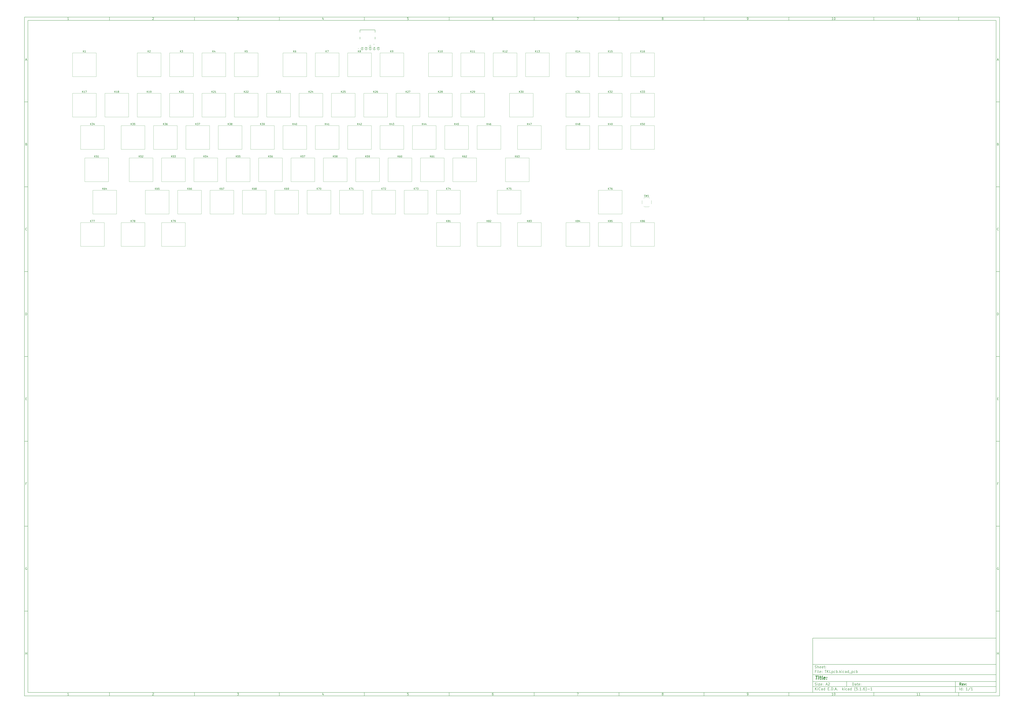
<source format=gbr>
%TF.GenerationSoftware,KiCad,Pcbnew,(5.1.6)-1*%
%TF.CreationDate,2020-07-25T19:19:23-04:00*%
%TF.ProjectId,TKLpcb,544b4c70-6362-42e6-9b69-6361645f7063,rev?*%
%TF.SameCoordinates,Original*%
%TF.FileFunction,Legend,Top*%
%TF.FilePolarity,Positive*%
%FSLAX46Y46*%
G04 Gerber Fmt 4.6, Leading zero omitted, Abs format (unit mm)*
G04 Created by KiCad (PCBNEW (5.1.6)-1) date 2020-07-25 19:19:23*
%MOMM*%
%LPD*%
G01*
G04 APERTURE LIST*
%ADD10C,0.100000*%
%ADD11C,0.150000*%
%ADD12C,0.300000*%
%ADD13C,0.400000*%
%ADD14C,0.120000*%
%ADD15C,0.200000*%
%ADD16C,0.015000*%
G04 APERTURE END LIST*
D10*
D11*
X474004400Y-375989000D02*
X474004400Y-407989000D01*
X582004400Y-407989000D01*
X582004400Y-375989000D01*
X474004400Y-375989000D01*
D10*
D11*
X10000000Y-10000000D02*
X10000000Y-409989000D01*
X584004400Y-409989000D01*
X584004400Y-10000000D01*
X10000000Y-10000000D01*
D10*
D11*
X12000000Y-12000000D02*
X12000000Y-407989000D01*
X582004400Y-407989000D01*
X582004400Y-12000000D01*
X12000000Y-12000000D01*
D10*
D11*
X60000000Y-12000000D02*
X60000000Y-10000000D01*
D10*
D11*
X110000000Y-12000000D02*
X110000000Y-10000000D01*
D10*
D11*
X160000000Y-12000000D02*
X160000000Y-10000000D01*
D10*
D11*
X210000000Y-12000000D02*
X210000000Y-10000000D01*
D10*
D11*
X260000000Y-12000000D02*
X260000000Y-10000000D01*
D10*
D11*
X310000000Y-12000000D02*
X310000000Y-10000000D01*
D10*
D11*
X360000000Y-12000000D02*
X360000000Y-10000000D01*
D10*
D11*
X410000000Y-12000000D02*
X410000000Y-10000000D01*
D10*
D11*
X460000000Y-12000000D02*
X460000000Y-10000000D01*
D10*
D11*
X510000000Y-12000000D02*
X510000000Y-10000000D01*
D10*
D11*
X560000000Y-12000000D02*
X560000000Y-10000000D01*
D10*
D11*
X36065476Y-11588095D02*
X35322619Y-11588095D01*
X35694047Y-11588095D02*
X35694047Y-10288095D01*
X35570238Y-10473809D01*
X35446428Y-10597619D01*
X35322619Y-10659523D01*
D10*
D11*
X85322619Y-10411904D02*
X85384523Y-10350000D01*
X85508333Y-10288095D01*
X85817857Y-10288095D01*
X85941666Y-10350000D01*
X86003571Y-10411904D01*
X86065476Y-10535714D01*
X86065476Y-10659523D01*
X86003571Y-10845238D01*
X85260714Y-11588095D01*
X86065476Y-11588095D01*
D10*
D11*
X135260714Y-10288095D02*
X136065476Y-10288095D01*
X135632142Y-10783333D01*
X135817857Y-10783333D01*
X135941666Y-10845238D01*
X136003571Y-10907142D01*
X136065476Y-11030952D01*
X136065476Y-11340476D01*
X136003571Y-11464285D01*
X135941666Y-11526190D01*
X135817857Y-11588095D01*
X135446428Y-11588095D01*
X135322619Y-11526190D01*
X135260714Y-11464285D01*
D10*
D11*
X185941666Y-10721428D02*
X185941666Y-11588095D01*
X185632142Y-10226190D02*
X185322619Y-11154761D01*
X186127380Y-11154761D01*
D10*
D11*
X236003571Y-10288095D02*
X235384523Y-10288095D01*
X235322619Y-10907142D01*
X235384523Y-10845238D01*
X235508333Y-10783333D01*
X235817857Y-10783333D01*
X235941666Y-10845238D01*
X236003571Y-10907142D01*
X236065476Y-11030952D01*
X236065476Y-11340476D01*
X236003571Y-11464285D01*
X235941666Y-11526190D01*
X235817857Y-11588095D01*
X235508333Y-11588095D01*
X235384523Y-11526190D01*
X235322619Y-11464285D01*
D10*
D11*
X285941666Y-10288095D02*
X285694047Y-10288095D01*
X285570238Y-10350000D01*
X285508333Y-10411904D01*
X285384523Y-10597619D01*
X285322619Y-10845238D01*
X285322619Y-11340476D01*
X285384523Y-11464285D01*
X285446428Y-11526190D01*
X285570238Y-11588095D01*
X285817857Y-11588095D01*
X285941666Y-11526190D01*
X286003571Y-11464285D01*
X286065476Y-11340476D01*
X286065476Y-11030952D01*
X286003571Y-10907142D01*
X285941666Y-10845238D01*
X285817857Y-10783333D01*
X285570238Y-10783333D01*
X285446428Y-10845238D01*
X285384523Y-10907142D01*
X285322619Y-11030952D01*
D10*
D11*
X335260714Y-10288095D02*
X336127380Y-10288095D01*
X335570238Y-11588095D01*
D10*
D11*
X385570238Y-10845238D02*
X385446428Y-10783333D01*
X385384523Y-10721428D01*
X385322619Y-10597619D01*
X385322619Y-10535714D01*
X385384523Y-10411904D01*
X385446428Y-10350000D01*
X385570238Y-10288095D01*
X385817857Y-10288095D01*
X385941666Y-10350000D01*
X386003571Y-10411904D01*
X386065476Y-10535714D01*
X386065476Y-10597619D01*
X386003571Y-10721428D01*
X385941666Y-10783333D01*
X385817857Y-10845238D01*
X385570238Y-10845238D01*
X385446428Y-10907142D01*
X385384523Y-10969047D01*
X385322619Y-11092857D01*
X385322619Y-11340476D01*
X385384523Y-11464285D01*
X385446428Y-11526190D01*
X385570238Y-11588095D01*
X385817857Y-11588095D01*
X385941666Y-11526190D01*
X386003571Y-11464285D01*
X386065476Y-11340476D01*
X386065476Y-11092857D01*
X386003571Y-10969047D01*
X385941666Y-10907142D01*
X385817857Y-10845238D01*
D10*
D11*
X435446428Y-11588095D02*
X435694047Y-11588095D01*
X435817857Y-11526190D01*
X435879761Y-11464285D01*
X436003571Y-11278571D01*
X436065476Y-11030952D01*
X436065476Y-10535714D01*
X436003571Y-10411904D01*
X435941666Y-10350000D01*
X435817857Y-10288095D01*
X435570238Y-10288095D01*
X435446428Y-10350000D01*
X435384523Y-10411904D01*
X435322619Y-10535714D01*
X435322619Y-10845238D01*
X435384523Y-10969047D01*
X435446428Y-11030952D01*
X435570238Y-11092857D01*
X435817857Y-11092857D01*
X435941666Y-11030952D01*
X436003571Y-10969047D01*
X436065476Y-10845238D01*
D10*
D11*
X486065476Y-11588095D02*
X485322619Y-11588095D01*
X485694047Y-11588095D02*
X485694047Y-10288095D01*
X485570238Y-10473809D01*
X485446428Y-10597619D01*
X485322619Y-10659523D01*
X486870238Y-10288095D02*
X486994047Y-10288095D01*
X487117857Y-10350000D01*
X487179761Y-10411904D01*
X487241666Y-10535714D01*
X487303571Y-10783333D01*
X487303571Y-11092857D01*
X487241666Y-11340476D01*
X487179761Y-11464285D01*
X487117857Y-11526190D01*
X486994047Y-11588095D01*
X486870238Y-11588095D01*
X486746428Y-11526190D01*
X486684523Y-11464285D01*
X486622619Y-11340476D01*
X486560714Y-11092857D01*
X486560714Y-10783333D01*
X486622619Y-10535714D01*
X486684523Y-10411904D01*
X486746428Y-10350000D01*
X486870238Y-10288095D01*
D10*
D11*
X536065476Y-11588095D02*
X535322619Y-11588095D01*
X535694047Y-11588095D02*
X535694047Y-10288095D01*
X535570238Y-10473809D01*
X535446428Y-10597619D01*
X535322619Y-10659523D01*
X537303571Y-11588095D02*
X536560714Y-11588095D01*
X536932142Y-11588095D02*
X536932142Y-10288095D01*
X536808333Y-10473809D01*
X536684523Y-10597619D01*
X536560714Y-10659523D01*
D10*
D11*
X60000000Y-407989000D02*
X60000000Y-409989000D01*
D10*
D11*
X110000000Y-407989000D02*
X110000000Y-409989000D01*
D10*
D11*
X160000000Y-407989000D02*
X160000000Y-409989000D01*
D10*
D11*
X210000000Y-407989000D02*
X210000000Y-409989000D01*
D10*
D11*
X260000000Y-407989000D02*
X260000000Y-409989000D01*
D10*
D11*
X310000000Y-407989000D02*
X310000000Y-409989000D01*
D10*
D11*
X360000000Y-407989000D02*
X360000000Y-409989000D01*
D10*
D11*
X410000000Y-407989000D02*
X410000000Y-409989000D01*
D10*
D11*
X460000000Y-407989000D02*
X460000000Y-409989000D01*
D10*
D11*
X510000000Y-407989000D02*
X510000000Y-409989000D01*
D10*
D11*
X560000000Y-407989000D02*
X560000000Y-409989000D01*
D10*
D11*
X36065476Y-409577095D02*
X35322619Y-409577095D01*
X35694047Y-409577095D02*
X35694047Y-408277095D01*
X35570238Y-408462809D01*
X35446428Y-408586619D01*
X35322619Y-408648523D01*
D10*
D11*
X85322619Y-408400904D02*
X85384523Y-408339000D01*
X85508333Y-408277095D01*
X85817857Y-408277095D01*
X85941666Y-408339000D01*
X86003571Y-408400904D01*
X86065476Y-408524714D01*
X86065476Y-408648523D01*
X86003571Y-408834238D01*
X85260714Y-409577095D01*
X86065476Y-409577095D01*
D10*
D11*
X135260714Y-408277095D02*
X136065476Y-408277095D01*
X135632142Y-408772333D01*
X135817857Y-408772333D01*
X135941666Y-408834238D01*
X136003571Y-408896142D01*
X136065476Y-409019952D01*
X136065476Y-409329476D01*
X136003571Y-409453285D01*
X135941666Y-409515190D01*
X135817857Y-409577095D01*
X135446428Y-409577095D01*
X135322619Y-409515190D01*
X135260714Y-409453285D01*
D10*
D11*
X185941666Y-408710428D02*
X185941666Y-409577095D01*
X185632142Y-408215190D02*
X185322619Y-409143761D01*
X186127380Y-409143761D01*
D10*
D11*
X236003571Y-408277095D02*
X235384523Y-408277095D01*
X235322619Y-408896142D01*
X235384523Y-408834238D01*
X235508333Y-408772333D01*
X235817857Y-408772333D01*
X235941666Y-408834238D01*
X236003571Y-408896142D01*
X236065476Y-409019952D01*
X236065476Y-409329476D01*
X236003571Y-409453285D01*
X235941666Y-409515190D01*
X235817857Y-409577095D01*
X235508333Y-409577095D01*
X235384523Y-409515190D01*
X235322619Y-409453285D01*
D10*
D11*
X285941666Y-408277095D02*
X285694047Y-408277095D01*
X285570238Y-408339000D01*
X285508333Y-408400904D01*
X285384523Y-408586619D01*
X285322619Y-408834238D01*
X285322619Y-409329476D01*
X285384523Y-409453285D01*
X285446428Y-409515190D01*
X285570238Y-409577095D01*
X285817857Y-409577095D01*
X285941666Y-409515190D01*
X286003571Y-409453285D01*
X286065476Y-409329476D01*
X286065476Y-409019952D01*
X286003571Y-408896142D01*
X285941666Y-408834238D01*
X285817857Y-408772333D01*
X285570238Y-408772333D01*
X285446428Y-408834238D01*
X285384523Y-408896142D01*
X285322619Y-409019952D01*
D10*
D11*
X335260714Y-408277095D02*
X336127380Y-408277095D01*
X335570238Y-409577095D01*
D10*
D11*
X385570238Y-408834238D02*
X385446428Y-408772333D01*
X385384523Y-408710428D01*
X385322619Y-408586619D01*
X385322619Y-408524714D01*
X385384523Y-408400904D01*
X385446428Y-408339000D01*
X385570238Y-408277095D01*
X385817857Y-408277095D01*
X385941666Y-408339000D01*
X386003571Y-408400904D01*
X386065476Y-408524714D01*
X386065476Y-408586619D01*
X386003571Y-408710428D01*
X385941666Y-408772333D01*
X385817857Y-408834238D01*
X385570238Y-408834238D01*
X385446428Y-408896142D01*
X385384523Y-408958047D01*
X385322619Y-409081857D01*
X385322619Y-409329476D01*
X385384523Y-409453285D01*
X385446428Y-409515190D01*
X385570238Y-409577095D01*
X385817857Y-409577095D01*
X385941666Y-409515190D01*
X386003571Y-409453285D01*
X386065476Y-409329476D01*
X386065476Y-409081857D01*
X386003571Y-408958047D01*
X385941666Y-408896142D01*
X385817857Y-408834238D01*
D10*
D11*
X435446428Y-409577095D02*
X435694047Y-409577095D01*
X435817857Y-409515190D01*
X435879761Y-409453285D01*
X436003571Y-409267571D01*
X436065476Y-409019952D01*
X436065476Y-408524714D01*
X436003571Y-408400904D01*
X435941666Y-408339000D01*
X435817857Y-408277095D01*
X435570238Y-408277095D01*
X435446428Y-408339000D01*
X435384523Y-408400904D01*
X435322619Y-408524714D01*
X435322619Y-408834238D01*
X435384523Y-408958047D01*
X435446428Y-409019952D01*
X435570238Y-409081857D01*
X435817857Y-409081857D01*
X435941666Y-409019952D01*
X436003571Y-408958047D01*
X436065476Y-408834238D01*
D10*
D11*
X486065476Y-409577095D02*
X485322619Y-409577095D01*
X485694047Y-409577095D02*
X485694047Y-408277095D01*
X485570238Y-408462809D01*
X485446428Y-408586619D01*
X485322619Y-408648523D01*
X486870238Y-408277095D02*
X486994047Y-408277095D01*
X487117857Y-408339000D01*
X487179761Y-408400904D01*
X487241666Y-408524714D01*
X487303571Y-408772333D01*
X487303571Y-409081857D01*
X487241666Y-409329476D01*
X487179761Y-409453285D01*
X487117857Y-409515190D01*
X486994047Y-409577095D01*
X486870238Y-409577095D01*
X486746428Y-409515190D01*
X486684523Y-409453285D01*
X486622619Y-409329476D01*
X486560714Y-409081857D01*
X486560714Y-408772333D01*
X486622619Y-408524714D01*
X486684523Y-408400904D01*
X486746428Y-408339000D01*
X486870238Y-408277095D01*
D10*
D11*
X536065476Y-409577095D02*
X535322619Y-409577095D01*
X535694047Y-409577095D02*
X535694047Y-408277095D01*
X535570238Y-408462809D01*
X535446428Y-408586619D01*
X535322619Y-408648523D01*
X537303571Y-409577095D02*
X536560714Y-409577095D01*
X536932142Y-409577095D02*
X536932142Y-408277095D01*
X536808333Y-408462809D01*
X536684523Y-408586619D01*
X536560714Y-408648523D01*
D10*
D11*
X10000000Y-60000000D02*
X12000000Y-60000000D01*
D10*
D11*
X10000000Y-110000000D02*
X12000000Y-110000000D01*
D10*
D11*
X10000000Y-160000000D02*
X12000000Y-160000000D01*
D10*
D11*
X10000000Y-210000000D02*
X12000000Y-210000000D01*
D10*
D11*
X10000000Y-260000000D02*
X12000000Y-260000000D01*
D10*
D11*
X10000000Y-310000000D02*
X12000000Y-310000000D01*
D10*
D11*
X10000000Y-360000000D02*
X12000000Y-360000000D01*
D10*
D11*
X10690476Y-35216666D02*
X11309523Y-35216666D01*
X10566666Y-35588095D02*
X11000000Y-34288095D01*
X11433333Y-35588095D01*
D10*
D11*
X11092857Y-84907142D02*
X11278571Y-84969047D01*
X11340476Y-85030952D01*
X11402380Y-85154761D01*
X11402380Y-85340476D01*
X11340476Y-85464285D01*
X11278571Y-85526190D01*
X11154761Y-85588095D01*
X10659523Y-85588095D01*
X10659523Y-84288095D01*
X11092857Y-84288095D01*
X11216666Y-84350000D01*
X11278571Y-84411904D01*
X11340476Y-84535714D01*
X11340476Y-84659523D01*
X11278571Y-84783333D01*
X11216666Y-84845238D01*
X11092857Y-84907142D01*
X10659523Y-84907142D01*
D10*
D11*
X11402380Y-135464285D02*
X11340476Y-135526190D01*
X11154761Y-135588095D01*
X11030952Y-135588095D01*
X10845238Y-135526190D01*
X10721428Y-135402380D01*
X10659523Y-135278571D01*
X10597619Y-135030952D01*
X10597619Y-134845238D01*
X10659523Y-134597619D01*
X10721428Y-134473809D01*
X10845238Y-134350000D01*
X11030952Y-134288095D01*
X11154761Y-134288095D01*
X11340476Y-134350000D01*
X11402380Y-134411904D01*
D10*
D11*
X10659523Y-185588095D02*
X10659523Y-184288095D01*
X10969047Y-184288095D01*
X11154761Y-184350000D01*
X11278571Y-184473809D01*
X11340476Y-184597619D01*
X11402380Y-184845238D01*
X11402380Y-185030952D01*
X11340476Y-185278571D01*
X11278571Y-185402380D01*
X11154761Y-185526190D01*
X10969047Y-185588095D01*
X10659523Y-185588095D01*
D10*
D11*
X10721428Y-234907142D02*
X11154761Y-234907142D01*
X11340476Y-235588095D02*
X10721428Y-235588095D01*
X10721428Y-234288095D01*
X11340476Y-234288095D01*
D10*
D11*
X11185714Y-284907142D02*
X10752380Y-284907142D01*
X10752380Y-285588095D02*
X10752380Y-284288095D01*
X11371428Y-284288095D01*
D10*
D11*
X11340476Y-334350000D02*
X11216666Y-334288095D01*
X11030952Y-334288095D01*
X10845238Y-334350000D01*
X10721428Y-334473809D01*
X10659523Y-334597619D01*
X10597619Y-334845238D01*
X10597619Y-335030952D01*
X10659523Y-335278571D01*
X10721428Y-335402380D01*
X10845238Y-335526190D01*
X11030952Y-335588095D01*
X11154761Y-335588095D01*
X11340476Y-335526190D01*
X11402380Y-335464285D01*
X11402380Y-335030952D01*
X11154761Y-335030952D01*
D10*
D11*
X10628571Y-385588095D02*
X10628571Y-384288095D01*
X10628571Y-384907142D02*
X11371428Y-384907142D01*
X11371428Y-385588095D02*
X11371428Y-384288095D01*
D10*
D11*
X584004400Y-60000000D02*
X582004400Y-60000000D01*
D10*
D11*
X584004400Y-110000000D02*
X582004400Y-110000000D01*
D10*
D11*
X584004400Y-160000000D02*
X582004400Y-160000000D01*
D10*
D11*
X584004400Y-210000000D02*
X582004400Y-210000000D01*
D10*
D11*
X584004400Y-260000000D02*
X582004400Y-260000000D01*
D10*
D11*
X584004400Y-310000000D02*
X582004400Y-310000000D01*
D10*
D11*
X584004400Y-360000000D02*
X582004400Y-360000000D01*
D10*
D11*
X582694876Y-35216666D02*
X583313923Y-35216666D01*
X582571066Y-35588095D02*
X583004400Y-34288095D01*
X583437733Y-35588095D01*
D10*
D11*
X583097257Y-84907142D02*
X583282971Y-84969047D01*
X583344876Y-85030952D01*
X583406780Y-85154761D01*
X583406780Y-85340476D01*
X583344876Y-85464285D01*
X583282971Y-85526190D01*
X583159161Y-85588095D01*
X582663923Y-85588095D01*
X582663923Y-84288095D01*
X583097257Y-84288095D01*
X583221066Y-84350000D01*
X583282971Y-84411904D01*
X583344876Y-84535714D01*
X583344876Y-84659523D01*
X583282971Y-84783333D01*
X583221066Y-84845238D01*
X583097257Y-84907142D01*
X582663923Y-84907142D01*
D10*
D11*
X583406780Y-135464285D02*
X583344876Y-135526190D01*
X583159161Y-135588095D01*
X583035352Y-135588095D01*
X582849638Y-135526190D01*
X582725828Y-135402380D01*
X582663923Y-135278571D01*
X582602019Y-135030952D01*
X582602019Y-134845238D01*
X582663923Y-134597619D01*
X582725828Y-134473809D01*
X582849638Y-134350000D01*
X583035352Y-134288095D01*
X583159161Y-134288095D01*
X583344876Y-134350000D01*
X583406780Y-134411904D01*
D10*
D11*
X582663923Y-185588095D02*
X582663923Y-184288095D01*
X582973447Y-184288095D01*
X583159161Y-184350000D01*
X583282971Y-184473809D01*
X583344876Y-184597619D01*
X583406780Y-184845238D01*
X583406780Y-185030952D01*
X583344876Y-185278571D01*
X583282971Y-185402380D01*
X583159161Y-185526190D01*
X582973447Y-185588095D01*
X582663923Y-185588095D01*
D10*
D11*
X582725828Y-234907142D02*
X583159161Y-234907142D01*
X583344876Y-235588095D02*
X582725828Y-235588095D01*
X582725828Y-234288095D01*
X583344876Y-234288095D01*
D10*
D11*
X583190114Y-284907142D02*
X582756780Y-284907142D01*
X582756780Y-285588095D02*
X582756780Y-284288095D01*
X583375828Y-284288095D01*
D10*
D11*
X583344876Y-334350000D02*
X583221066Y-334288095D01*
X583035352Y-334288095D01*
X582849638Y-334350000D01*
X582725828Y-334473809D01*
X582663923Y-334597619D01*
X582602019Y-334845238D01*
X582602019Y-335030952D01*
X582663923Y-335278571D01*
X582725828Y-335402380D01*
X582849638Y-335526190D01*
X583035352Y-335588095D01*
X583159161Y-335588095D01*
X583344876Y-335526190D01*
X583406780Y-335464285D01*
X583406780Y-335030952D01*
X583159161Y-335030952D01*
D10*
D11*
X582632971Y-385588095D02*
X582632971Y-384288095D01*
X582632971Y-384907142D02*
X583375828Y-384907142D01*
X583375828Y-385588095D02*
X583375828Y-384288095D01*
D10*
D11*
X497436542Y-403767571D02*
X497436542Y-402267571D01*
X497793685Y-402267571D01*
X498007971Y-402339000D01*
X498150828Y-402481857D01*
X498222257Y-402624714D01*
X498293685Y-402910428D01*
X498293685Y-403124714D01*
X498222257Y-403410428D01*
X498150828Y-403553285D01*
X498007971Y-403696142D01*
X497793685Y-403767571D01*
X497436542Y-403767571D01*
X499579400Y-403767571D02*
X499579400Y-402981857D01*
X499507971Y-402839000D01*
X499365114Y-402767571D01*
X499079400Y-402767571D01*
X498936542Y-402839000D01*
X499579400Y-403696142D02*
X499436542Y-403767571D01*
X499079400Y-403767571D01*
X498936542Y-403696142D01*
X498865114Y-403553285D01*
X498865114Y-403410428D01*
X498936542Y-403267571D01*
X499079400Y-403196142D01*
X499436542Y-403196142D01*
X499579400Y-403124714D01*
X500079400Y-402767571D02*
X500650828Y-402767571D01*
X500293685Y-402267571D02*
X500293685Y-403553285D01*
X500365114Y-403696142D01*
X500507971Y-403767571D01*
X500650828Y-403767571D01*
X501722257Y-403696142D02*
X501579400Y-403767571D01*
X501293685Y-403767571D01*
X501150828Y-403696142D01*
X501079400Y-403553285D01*
X501079400Y-402981857D01*
X501150828Y-402839000D01*
X501293685Y-402767571D01*
X501579400Y-402767571D01*
X501722257Y-402839000D01*
X501793685Y-402981857D01*
X501793685Y-403124714D01*
X501079400Y-403267571D01*
X502436542Y-403624714D02*
X502507971Y-403696142D01*
X502436542Y-403767571D01*
X502365114Y-403696142D01*
X502436542Y-403624714D01*
X502436542Y-403767571D01*
X502436542Y-402839000D02*
X502507971Y-402910428D01*
X502436542Y-402981857D01*
X502365114Y-402910428D01*
X502436542Y-402839000D01*
X502436542Y-402981857D01*
D10*
D11*
X474004400Y-404489000D02*
X582004400Y-404489000D01*
D10*
D11*
X475436542Y-406567571D02*
X475436542Y-405067571D01*
X476293685Y-406567571D02*
X475650828Y-405710428D01*
X476293685Y-405067571D02*
X475436542Y-405924714D01*
X476936542Y-406567571D02*
X476936542Y-405567571D01*
X476936542Y-405067571D02*
X476865114Y-405139000D01*
X476936542Y-405210428D01*
X477007971Y-405139000D01*
X476936542Y-405067571D01*
X476936542Y-405210428D01*
X478507971Y-406424714D02*
X478436542Y-406496142D01*
X478222257Y-406567571D01*
X478079400Y-406567571D01*
X477865114Y-406496142D01*
X477722257Y-406353285D01*
X477650828Y-406210428D01*
X477579400Y-405924714D01*
X477579400Y-405710428D01*
X477650828Y-405424714D01*
X477722257Y-405281857D01*
X477865114Y-405139000D01*
X478079400Y-405067571D01*
X478222257Y-405067571D01*
X478436542Y-405139000D01*
X478507971Y-405210428D01*
X479793685Y-406567571D02*
X479793685Y-405781857D01*
X479722257Y-405639000D01*
X479579400Y-405567571D01*
X479293685Y-405567571D01*
X479150828Y-405639000D01*
X479793685Y-406496142D02*
X479650828Y-406567571D01*
X479293685Y-406567571D01*
X479150828Y-406496142D01*
X479079400Y-406353285D01*
X479079400Y-406210428D01*
X479150828Y-406067571D01*
X479293685Y-405996142D01*
X479650828Y-405996142D01*
X479793685Y-405924714D01*
X481150828Y-406567571D02*
X481150828Y-405067571D01*
X481150828Y-406496142D02*
X481007971Y-406567571D01*
X480722257Y-406567571D01*
X480579400Y-406496142D01*
X480507971Y-406424714D01*
X480436542Y-406281857D01*
X480436542Y-405853285D01*
X480507971Y-405710428D01*
X480579400Y-405639000D01*
X480722257Y-405567571D01*
X481007971Y-405567571D01*
X481150828Y-405639000D01*
X483007971Y-405781857D02*
X483507971Y-405781857D01*
X483722257Y-406567571D02*
X483007971Y-406567571D01*
X483007971Y-405067571D01*
X483722257Y-405067571D01*
X484365114Y-406424714D02*
X484436542Y-406496142D01*
X484365114Y-406567571D01*
X484293685Y-406496142D01*
X484365114Y-406424714D01*
X484365114Y-406567571D01*
X485079400Y-406567571D02*
X485079400Y-405067571D01*
X485436542Y-405067571D01*
X485650828Y-405139000D01*
X485793685Y-405281857D01*
X485865114Y-405424714D01*
X485936542Y-405710428D01*
X485936542Y-405924714D01*
X485865114Y-406210428D01*
X485793685Y-406353285D01*
X485650828Y-406496142D01*
X485436542Y-406567571D01*
X485079400Y-406567571D01*
X486579400Y-406424714D02*
X486650828Y-406496142D01*
X486579400Y-406567571D01*
X486507971Y-406496142D01*
X486579400Y-406424714D01*
X486579400Y-406567571D01*
X487222257Y-406139000D02*
X487936542Y-406139000D01*
X487079400Y-406567571D02*
X487579400Y-405067571D01*
X488079400Y-406567571D01*
X488579400Y-406424714D02*
X488650828Y-406496142D01*
X488579400Y-406567571D01*
X488507971Y-406496142D01*
X488579400Y-406424714D01*
X488579400Y-406567571D01*
X491579400Y-406567571D02*
X491579400Y-405067571D01*
X491722257Y-405996142D02*
X492150828Y-406567571D01*
X492150828Y-405567571D02*
X491579400Y-406139000D01*
X492793685Y-406567571D02*
X492793685Y-405567571D01*
X492793685Y-405067571D02*
X492722257Y-405139000D01*
X492793685Y-405210428D01*
X492865114Y-405139000D01*
X492793685Y-405067571D01*
X492793685Y-405210428D01*
X494150828Y-406496142D02*
X494007971Y-406567571D01*
X493722257Y-406567571D01*
X493579400Y-406496142D01*
X493507971Y-406424714D01*
X493436542Y-406281857D01*
X493436542Y-405853285D01*
X493507971Y-405710428D01*
X493579400Y-405639000D01*
X493722257Y-405567571D01*
X494007971Y-405567571D01*
X494150828Y-405639000D01*
X495436542Y-406567571D02*
X495436542Y-405781857D01*
X495365114Y-405639000D01*
X495222257Y-405567571D01*
X494936542Y-405567571D01*
X494793685Y-405639000D01*
X495436542Y-406496142D02*
X495293685Y-406567571D01*
X494936542Y-406567571D01*
X494793685Y-406496142D01*
X494722257Y-406353285D01*
X494722257Y-406210428D01*
X494793685Y-406067571D01*
X494936542Y-405996142D01*
X495293685Y-405996142D01*
X495436542Y-405924714D01*
X496793685Y-406567571D02*
X496793685Y-405067571D01*
X496793685Y-406496142D02*
X496650828Y-406567571D01*
X496365114Y-406567571D01*
X496222257Y-406496142D01*
X496150828Y-406424714D01*
X496079400Y-406281857D01*
X496079400Y-405853285D01*
X496150828Y-405710428D01*
X496222257Y-405639000D01*
X496365114Y-405567571D01*
X496650828Y-405567571D01*
X496793685Y-405639000D01*
X499079400Y-407139000D02*
X499007971Y-407067571D01*
X498865114Y-406853285D01*
X498793685Y-406710428D01*
X498722257Y-406496142D01*
X498650828Y-406139000D01*
X498650828Y-405853285D01*
X498722257Y-405496142D01*
X498793685Y-405281857D01*
X498865114Y-405139000D01*
X499007971Y-404924714D01*
X499079400Y-404853285D01*
X500365114Y-405067571D02*
X499650828Y-405067571D01*
X499579400Y-405781857D01*
X499650828Y-405710428D01*
X499793685Y-405639000D01*
X500150828Y-405639000D01*
X500293685Y-405710428D01*
X500365114Y-405781857D01*
X500436542Y-405924714D01*
X500436542Y-406281857D01*
X500365114Y-406424714D01*
X500293685Y-406496142D01*
X500150828Y-406567571D01*
X499793685Y-406567571D01*
X499650828Y-406496142D01*
X499579400Y-406424714D01*
X501079400Y-406424714D02*
X501150828Y-406496142D01*
X501079400Y-406567571D01*
X501007971Y-406496142D01*
X501079400Y-406424714D01*
X501079400Y-406567571D01*
X502579400Y-406567571D02*
X501722257Y-406567571D01*
X502150828Y-406567571D02*
X502150828Y-405067571D01*
X502007971Y-405281857D01*
X501865114Y-405424714D01*
X501722257Y-405496142D01*
X503222257Y-406424714D02*
X503293685Y-406496142D01*
X503222257Y-406567571D01*
X503150828Y-406496142D01*
X503222257Y-406424714D01*
X503222257Y-406567571D01*
X504579400Y-405067571D02*
X504293685Y-405067571D01*
X504150828Y-405139000D01*
X504079400Y-405210428D01*
X503936542Y-405424714D01*
X503865114Y-405710428D01*
X503865114Y-406281857D01*
X503936542Y-406424714D01*
X504007971Y-406496142D01*
X504150828Y-406567571D01*
X504436542Y-406567571D01*
X504579400Y-406496142D01*
X504650828Y-406424714D01*
X504722257Y-406281857D01*
X504722257Y-405924714D01*
X504650828Y-405781857D01*
X504579400Y-405710428D01*
X504436542Y-405639000D01*
X504150828Y-405639000D01*
X504007971Y-405710428D01*
X503936542Y-405781857D01*
X503865114Y-405924714D01*
X505222257Y-407139000D02*
X505293685Y-407067571D01*
X505436542Y-406853285D01*
X505507971Y-406710428D01*
X505579400Y-406496142D01*
X505650828Y-406139000D01*
X505650828Y-405853285D01*
X505579400Y-405496142D01*
X505507971Y-405281857D01*
X505436542Y-405139000D01*
X505293685Y-404924714D01*
X505222257Y-404853285D01*
X506365114Y-405996142D02*
X507507971Y-405996142D01*
X509007971Y-406567571D02*
X508150828Y-406567571D01*
X508579400Y-406567571D02*
X508579400Y-405067571D01*
X508436542Y-405281857D01*
X508293685Y-405424714D01*
X508150828Y-405496142D01*
D10*
D11*
X474004400Y-401489000D02*
X582004400Y-401489000D01*
D10*
D12*
X561413685Y-403767571D02*
X560913685Y-403053285D01*
X560556542Y-403767571D02*
X560556542Y-402267571D01*
X561127971Y-402267571D01*
X561270828Y-402339000D01*
X561342257Y-402410428D01*
X561413685Y-402553285D01*
X561413685Y-402767571D01*
X561342257Y-402910428D01*
X561270828Y-402981857D01*
X561127971Y-403053285D01*
X560556542Y-403053285D01*
X562627971Y-403696142D02*
X562485114Y-403767571D01*
X562199400Y-403767571D01*
X562056542Y-403696142D01*
X561985114Y-403553285D01*
X561985114Y-402981857D01*
X562056542Y-402839000D01*
X562199400Y-402767571D01*
X562485114Y-402767571D01*
X562627971Y-402839000D01*
X562699400Y-402981857D01*
X562699400Y-403124714D01*
X561985114Y-403267571D01*
X563199400Y-402767571D02*
X563556542Y-403767571D01*
X563913685Y-402767571D01*
X564485114Y-403624714D02*
X564556542Y-403696142D01*
X564485114Y-403767571D01*
X564413685Y-403696142D01*
X564485114Y-403624714D01*
X564485114Y-403767571D01*
X564485114Y-402839000D02*
X564556542Y-402910428D01*
X564485114Y-402981857D01*
X564413685Y-402910428D01*
X564485114Y-402839000D01*
X564485114Y-402981857D01*
D10*
D11*
X475365114Y-403696142D02*
X475579400Y-403767571D01*
X475936542Y-403767571D01*
X476079400Y-403696142D01*
X476150828Y-403624714D01*
X476222257Y-403481857D01*
X476222257Y-403339000D01*
X476150828Y-403196142D01*
X476079400Y-403124714D01*
X475936542Y-403053285D01*
X475650828Y-402981857D01*
X475507971Y-402910428D01*
X475436542Y-402839000D01*
X475365114Y-402696142D01*
X475365114Y-402553285D01*
X475436542Y-402410428D01*
X475507971Y-402339000D01*
X475650828Y-402267571D01*
X476007971Y-402267571D01*
X476222257Y-402339000D01*
X476865114Y-403767571D02*
X476865114Y-402767571D01*
X476865114Y-402267571D02*
X476793685Y-402339000D01*
X476865114Y-402410428D01*
X476936542Y-402339000D01*
X476865114Y-402267571D01*
X476865114Y-402410428D01*
X477436542Y-402767571D02*
X478222257Y-402767571D01*
X477436542Y-403767571D01*
X478222257Y-403767571D01*
X479365114Y-403696142D02*
X479222257Y-403767571D01*
X478936542Y-403767571D01*
X478793685Y-403696142D01*
X478722257Y-403553285D01*
X478722257Y-402981857D01*
X478793685Y-402839000D01*
X478936542Y-402767571D01*
X479222257Y-402767571D01*
X479365114Y-402839000D01*
X479436542Y-402981857D01*
X479436542Y-403124714D01*
X478722257Y-403267571D01*
X480079400Y-403624714D02*
X480150828Y-403696142D01*
X480079400Y-403767571D01*
X480007971Y-403696142D01*
X480079400Y-403624714D01*
X480079400Y-403767571D01*
X480079400Y-402839000D02*
X480150828Y-402910428D01*
X480079400Y-402981857D01*
X480007971Y-402910428D01*
X480079400Y-402839000D01*
X480079400Y-402981857D01*
X481865114Y-403339000D02*
X482579400Y-403339000D01*
X481722257Y-403767571D02*
X482222257Y-402267571D01*
X482722257Y-403767571D01*
X483150828Y-402410428D02*
X483222257Y-402339000D01*
X483365114Y-402267571D01*
X483722257Y-402267571D01*
X483865114Y-402339000D01*
X483936542Y-402410428D01*
X484007971Y-402553285D01*
X484007971Y-402696142D01*
X483936542Y-402910428D01*
X483079400Y-403767571D01*
X484007971Y-403767571D01*
D10*
D11*
X560436542Y-406567571D02*
X560436542Y-405067571D01*
X561793685Y-406567571D02*
X561793685Y-405067571D01*
X561793685Y-406496142D02*
X561650828Y-406567571D01*
X561365114Y-406567571D01*
X561222257Y-406496142D01*
X561150828Y-406424714D01*
X561079400Y-406281857D01*
X561079400Y-405853285D01*
X561150828Y-405710428D01*
X561222257Y-405639000D01*
X561365114Y-405567571D01*
X561650828Y-405567571D01*
X561793685Y-405639000D01*
X562507971Y-406424714D02*
X562579400Y-406496142D01*
X562507971Y-406567571D01*
X562436542Y-406496142D01*
X562507971Y-406424714D01*
X562507971Y-406567571D01*
X562507971Y-405639000D02*
X562579400Y-405710428D01*
X562507971Y-405781857D01*
X562436542Y-405710428D01*
X562507971Y-405639000D01*
X562507971Y-405781857D01*
X565150828Y-406567571D02*
X564293685Y-406567571D01*
X564722257Y-406567571D02*
X564722257Y-405067571D01*
X564579400Y-405281857D01*
X564436542Y-405424714D01*
X564293685Y-405496142D01*
X566865114Y-404996142D02*
X565579400Y-406924714D01*
X568150828Y-406567571D02*
X567293685Y-406567571D01*
X567722257Y-406567571D02*
X567722257Y-405067571D01*
X567579400Y-405281857D01*
X567436542Y-405424714D01*
X567293685Y-405496142D01*
D10*
D11*
X474004400Y-397489000D02*
X582004400Y-397489000D01*
D10*
D13*
X475716780Y-398193761D02*
X476859638Y-398193761D01*
X476038209Y-400193761D02*
X476288209Y-398193761D01*
X477276304Y-400193761D02*
X477442971Y-398860428D01*
X477526304Y-398193761D02*
X477419161Y-398289000D01*
X477502495Y-398384238D01*
X477609638Y-398289000D01*
X477526304Y-398193761D01*
X477502495Y-398384238D01*
X478109638Y-398860428D02*
X478871542Y-398860428D01*
X478478685Y-398193761D02*
X478264400Y-399908047D01*
X478335828Y-400098523D01*
X478514400Y-400193761D01*
X478704876Y-400193761D01*
X479657257Y-400193761D02*
X479478685Y-400098523D01*
X479407257Y-399908047D01*
X479621542Y-398193761D01*
X481192971Y-400098523D02*
X480990590Y-400193761D01*
X480609638Y-400193761D01*
X480431066Y-400098523D01*
X480359638Y-399908047D01*
X480454876Y-399146142D01*
X480573923Y-398955666D01*
X480776304Y-398860428D01*
X481157257Y-398860428D01*
X481335828Y-398955666D01*
X481407257Y-399146142D01*
X481383447Y-399336619D01*
X480407257Y-399527095D01*
X482157257Y-400003285D02*
X482240590Y-400098523D01*
X482133447Y-400193761D01*
X482050114Y-400098523D01*
X482157257Y-400003285D01*
X482133447Y-400193761D01*
X482288209Y-398955666D02*
X482371542Y-399050904D01*
X482264400Y-399146142D01*
X482181066Y-399050904D01*
X482288209Y-398955666D01*
X482264400Y-399146142D01*
D10*
D11*
X475936542Y-395581857D02*
X475436542Y-395581857D01*
X475436542Y-396367571D02*
X475436542Y-394867571D01*
X476150828Y-394867571D01*
X476722257Y-396367571D02*
X476722257Y-395367571D01*
X476722257Y-394867571D02*
X476650828Y-394939000D01*
X476722257Y-395010428D01*
X476793685Y-394939000D01*
X476722257Y-394867571D01*
X476722257Y-395010428D01*
X477650828Y-396367571D02*
X477507971Y-396296142D01*
X477436542Y-396153285D01*
X477436542Y-394867571D01*
X478793685Y-396296142D02*
X478650828Y-396367571D01*
X478365114Y-396367571D01*
X478222257Y-396296142D01*
X478150828Y-396153285D01*
X478150828Y-395581857D01*
X478222257Y-395439000D01*
X478365114Y-395367571D01*
X478650828Y-395367571D01*
X478793685Y-395439000D01*
X478865114Y-395581857D01*
X478865114Y-395724714D01*
X478150828Y-395867571D01*
X479507971Y-396224714D02*
X479579400Y-396296142D01*
X479507971Y-396367571D01*
X479436542Y-396296142D01*
X479507971Y-396224714D01*
X479507971Y-396367571D01*
X479507971Y-395439000D02*
X479579400Y-395510428D01*
X479507971Y-395581857D01*
X479436542Y-395510428D01*
X479507971Y-395439000D01*
X479507971Y-395581857D01*
X481150828Y-394867571D02*
X482007971Y-394867571D01*
X481579400Y-396367571D02*
X481579400Y-394867571D01*
X482507971Y-396367571D02*
X482507971Y-394867571D01*
X483365114Y-396367571D02*
X482722257Y-395510428D01*
X483365114Y-394867571D02*
X482507971Y-395724714D01*
X484722257Y-396367571D02*
X484007971Y-396367571D01*
X484007971Y-394867571D01*
X485222257Y-395367571D02*
X485222257Y-396867571D01*
X485222257Y-395439000D02*
X485365114Y-395367571D01*
X485650828Y-395367571D01*
X485793685Y-395439000D01*
X485865114Y-395510428D01*
X485936542Y-395653285D01*
X485936542Y-396081857D01*
X485865114Y-396224714D01*
X485793685Y-396296142D01*
X485650828Y-396367571D01*
X485365114Y-396367571D01*
X485222257Y-396296142D01*
X487222257Y-396296142D02*
X487079400Y-396367571D01*
X486793685Y-396367571D01*
X486650828Y-396296142D01*
X486579400Y-396224714D01*
X486507971Y-396081857D01*
X486507971Y-395653285D01*
X486579400Y-395510428D01*
X486650828Y-395439000D01*
X486793685Y-395367571D01*
X487079400Y-395367571D01*
X487222257Y-395439000D01*
X487865114Y-396367571D02*
X487865114Y-394867571D01*
X487865114Y-395439000D02*
X488007971Y-395367571D01*
X488293685Y-395367571D01*
X488436542Y-395439000D01*
X488507971Y-395510428D01*
X488579400Y-395653285D01*
X488579400Y-396081857D01*
X488507971Y-396224714D01*
X488436542Y-396296142D01*
X488293685Y-396367571D01*
X488007971Y-396367571D01*
X487865114Y-396296142D01*
X489222257Y-396224714D02*
X489293685Y-396296142D01*
X489222257Y-396367571D01*
X489150828Y-396296142D01*
X489222257Y-396224714D01*
X489222257Y-396367571D01*
X489936542Y-396367571D02*
X489936542Y-394867571D01*
X490079400Y-395796142D02*
X490507971Y-396367571D01*
X490507971Y-395367571D02*
X489936542Y-395939000D01*
X491150828Y-396367571D02*
X491150828Y-395367571D01*
X491150828Y-394867571D02*
X491079400Y-394939000D01*
X491150828Y-395010428D01*
X491222257Y-394939000D01*
X491150828Y-394867571D01*
X491150828Y-395010428D01*
X492507971Y-396296142D02*
X492365114Y-396367571D01*
X492079400Y-396367571D01*
X491936542Y-396296142D01*
X491865114Y-396224714D01*
X491793685Y-396081857D01*
X491793685Y-395653285D01*
X491865114Y-395510428D01*
X491936542Y-395439000D01*
X492079400Y-395367571D01*
X492365114Y-395367571D01*
X492507971Y-395439000D01*
X493793685Y-396367571D02*
X493793685Y-395581857D01*
X493722257Y-395439000D01*
X493579400Y-395367571D01*
X493293685Y-395367571D01*
X493150828Y-395439000D01*
X493793685Y-396296142D02*
X493650828Y-396367571D01*
X493293685Y-396367571D01*
X493150828Y-396296142D01*
X493079400Y-396153285D01*
X493079400Y-396010428D01*
X493150828Y-395867571D01*
X493293685Y-395796142D01*
X493650828Y-395796142D01*
X493793685Y-395724714D01*
X495150828Y-396367571D02*
X495150828Y-394867571D01*
X495150828Y-396296142D02*
X495007971Y-396367571D01*
X494722257Y-396367571D01*
X494579400Y-396296142D01*
X494507971Y-396224714D01*
X494436542Y-396081857D01*
X494436542Y-395653285D01*
X494507971Y-395510428D01*
X494579400Y-395439000D01*
X494722257Y-395367571D01*
X495007971Y-395367571D01*
X495150828Y-395439000D01*
X495507971Y-396510428D02*
X496650828Y-396510428D01*
X497007971Y-395367571D02*
X497007971Y-396867571D01*
X497007971Y-395439000D02*
X497150828Y-395367571D01*
X497436542Y-395367571D01*
X497579400Y-395439000D01*
X497650828Y-395510428D01*
X497722257Y-395653285D01*
X497722257Y-396081857D01*
X497650828Y-396224714D01*
X497579400Y-396296142D01*
X497436542Y-396367571D01*
X497150828Y-396367571D01*
X497007971Y-396296142D01*
X499007971Y-396296142D02*
X498865114Y-396367571D01*
X498579400Y-396367571D01*
X498436542Y-396296142D01*
X498365114Y-396224714D01*
X498293685Y-396081857D01*
X498293685Y-395653285D01*
X498365114Y-395510428D01*
X498436542Y-395439000D01*
X498579400Y-395367571D01*
X498865114Y-395367571D01*
X499007971Y-395439000D01*
X499650828Y-396367571D02*
X499650828Y-394867571D01*
X499650828Y-395439000D02*
X499793685Y-395367571D01*
X500079400Y-395367571D01*
X500222257Y-395439000D01*
X500293685Y-395510428D01*
X500365114Y-395653285D01*
X500365114Y-396081857D01*
X500293685Y-396224714D01*
X500222257Y-396296142D01*
X500079400Y-396367571D01*
X499793685Y-396367571D01*
X499650828Y-396296142D01*
D10*
D11*
X474004400Y-391489000D02*
X582004400Y-391489000D01*
D10*
D11*
X475365114Y-393596142D02*
X475579400Y-393667571D01*
X475936542Y-393667571D01*
X476079400Y-393596142D01*
X476150828Y-393524714D01*
X476222257Y-393381857D01*
X476222257Y-393239000D01*
X476150828Y-393096142D01*
X476079400Y-393024714D01*
X475936542Y-392953285D01*
X475650828Y-392881857D01*
X475507971Y-392810428D01*
X475436542Y-392739000D01*
X475365114Y-392596142D01*
X475365114Y-392453285D01*
X475436542Y-392310428D01*
X475507971Y-392239000D01*
X475650828Y-392167571D01*
X476007971Y-392167571D01*
X476222257Y-392239000D01*
X476865114Y-393667571D02*
X476865114Y-392167571D01*
X477507971Y-393667571D02*
X477507971Y-392881857D01*
X477436542Y-392739000D01*
X477293685Y-392667571D01*
X477079400Y-392667571D01*
X476936542Y-392739000D01*
X476865114Y-392810428D01*
X478793685Y-393596142D02*
X478650828Y-393667571D01*
X478365114Y-393667571D01*
X478222257Y-393596142D01*
X478150828Y-393453285D01*
X478150828Y-392881857D01*
X478222257Y-392739000D01*
X478365114Y-392667571D01*
X478650828Y-392667571D01*
X478793685Y-392739000D01*
X478865114Y-392881857D01*
X478865114Y-393024714D01*
X478150828Y-393167571D01*
X480079400Y-393596142D02*
X479936542Y-393667571D01*
X479650828Y-393667571D01*
X479507971Y-393596142D01*
X479436542Y-393453285D01*
X479436542Y-392881857D01*
X479507971Y-392739000D01*
X479650828Y-392667571D01*
X479936542Y-392667571D01*
X480079400Y-392739000D01*
X480150828Y-392881857D01*
X480150828Y-393024714D01*
X479436542Y-393167571D01*
X480579400Y-392667571D02*
X481150828Y-392667571D01*
X480793685Y-392167571D02*
X480793685Y-393453285D01*
X480865114Y-393596142D01*
X481007971Y-393667571D01*
X481150828Y-393667571D01*
X481650828Y-393524714D02*
X481722257Y-393596142D01*
X481650828Y-393667571D01*
X481579400Y-393596142D01*
X481650828Y-393524714D01*
X481650828Y-393667571D01*
X481650828Y-392739000D02*
X481722257Y-392810428D01*
X481650828Y-392881857D01*
X481579400Y-392810428D01*
X481650828Y-392739000D01*
X481650828Y-392881857D01*
D10*
D11*
X494004400Y-401489000D02*
X494004400Y-404489000D01*
D10*
D11*
X558004400Y-401489000D02*
X558004400Y-407989000D01*
D14*
%TO.C,SW1*%
X374988000Y-116312000D02*
X377488000Y-116312000D01*
X373488000Y-118062000D02*
X373488000Y-120062000D01*
X374988000Y-121812000D02*
X377488000Y-121812000D01*
X378988000Y-118062000D02*
X378988000Y-120062000D01*
X374538000Y-116762000D02*
X374988000Y-116312000D01*
X377938000Y-116762000D02*
X377488000Y-116312000D01*
X377938000Y-121362000D02*
X377488000Y-121812000D01*
X374538000Y-121362000D02*
X374988000Y-121812000D01*
%TO.C,K86*%
X366871000Y-145097000D02*
X366871000Y-131127000D01*
X380841000Y-145097000D02*
X366871000Y-145097000D01*
X380841000Y-131127000D02*
X380841000Y-145097000D01*
X366871000Y-131127000D02*
X380841000Y-131127000D01*
%TO.C,K85*%
X347821000Y-145097000D02*
X347821000Y-131127000D01*
X361791000Y-145097000D02*
X347821000Y-145097000D01*
X361791000Y-131127000D02*
X361791000Y-145097000D01*
X347821000Y-131127000D02*
X361791000Y-131127000D01*
%TO.C,K84*%
X328771000Y-145097000D02*
X328771000Y-131127000D01*
X342741000Y-145097000D02*
X328771000Y-145097000D01*
X342741000Y-131127000D02*
X342741000Y-145097000D01*
X328771000Y-131127000D02*
X342741000Y-131127000D01*
%TO.C,K83*%
X300196000Y-145097000D02*
X300196000Y-131127000D01*
X314166000Y-145097000D02*
X300196000Y-145097000D01*
X314166000Y-131127000D02*
X314166000Y-145097000D01*
X300196000Y-131127000D02*
X314166000Y-131127000D01*
%TO.C,K82*%
X276384000Y-145097000D02*
X276384000Y-131127000D01*
X290354000Y-145097000D02*
X276384000Y-145097000D01*
X290354000Y-131127000D02*
X290354000Y-145097000D01*
X276384000Y-131127000D02*
X290354000Y-131127000D01*
%TO.C,K81*%
X252571000Y-145097000D02*
X252571000Y-131127000D01*
X266541000Y-145097000D02*
X252571000Y-145097000D01*
X266541000Y-131127000D02*
X266541000Y-145097000D01*
X252571000Y-131127000D02*
X266541000Y-131127000D01*
%TO.C,K79*%
X90646000Y-145097000D02*
X90646000Y-131127000D01*
X104616000Y-145097000D02*
X90646000Y-145097000D01*
X104616000Y-131127000D02*
X104616000Y-145097000D01*
X90646000Y-131127000D02*
X104616000Y-131127000D01*
%TO.C,K78*%
X66833800Y-145097000D02*
X66833800Y-131127000D01*
X80803800Y-145097000D02*
X66833800Y-145097000D01*
X80803800Y-131127000D02*
X80803800Y-145097000D01*
X66833800Y-131127000D02*
X80803800Y-131127000D01*
%TO.C,K77*%
X43021200Y-145097000D02*
X43021200Y-131127000D01*
X56991200Y-145097000D02*
X43021200Y-145097000D01*
X56991200Y-131127000D02*
X56991200Y-145097000D01*
X43021200Y-131127000D02*
X56991200Y-131127000D01*
%TO.C,K76*%
X347821000Y-126047000D02*
X347821000Y-112077000D01*
X361791000Y-126047000D02*
X347821000Y-126047000D01*
X361791000Y-112077000D02*
X361791000Y-126047000D01*
X347821000Y-112077000D02*
X361791000Y-112077000D01*
%TO.C,K75*%
X288290000Y-126047000D02*
X288290000Y-112077000D01*
X302260000Y-126047000D02*
X288290000Y-126047000D01*
X302260000Y-112077000D02*
X302260000Y-126047000D01*
X288290000Y-112077000D02*
X302260000Y-112077000D01*
%TO.C,K74*%
X252571000Y-126047000D02*
X252571000Y-112077000D01*
X266541000Y-126047000D02*
X252571000Y-126047000D01*
X266541000Y-112077000D02*
X266541000Y-126047000D01*
X252571000Y-112077000D02*
X266541000Y-112077000D01*
%TO.C,K73*%
X233521000Y-126047000D02*
X233521000Y-112077000D01*
X247491000Y-126047000D02*
X233521000Y-126047000D01*
X247491000Y-112077000D02*
X247491000Y-126047000D01*
X233521000Y-112077000D02*
X247491000Y-112077000D01*
%TO.C,K72*%
X214471000Y-126047000D02*
X214471000Y-112077000D01*
X228441000Y-126047000D02*
X214471000Y-126047000D01*
X228441000Y-112077000D02*
X228441000Y-126047000D01*
X214471000Y-112077000D02*
X228441000Y-112077000D01*
%TO.C,K71*%
X195421000Y-126047000D02*
X195421000Y-112077000D01*
X209391000Y-126047000D02*
X195421000Y-126047000D01*
X209391000Y-112077000D02*
X209391000Y-126047000D01*
X195421000Y-112077000D02*
X209391000Y-112077000D01*
%TO.C,K70*%
X176371000Y-126047000D02*
X176371000Y-112077000D01*
X190341000Y-126047000D02*
X176371000Y-126047000D01*
X190341000Y-112077000D02*
X190341000Y-126047000D01*
X176371000Y-112077000D02*
X190341000Y-112077000D01*
%TO.C,K69*%
X157321000Y-126047000D02*
X157321000Y-112077000D01*
X171291000Y-126047000D02*
X157321000Y-126047000D01*
X171291000Y-112077000D02*
X171291000Y-126047000D01*
X157321000Y-112077000D02*
X171291000Y-112077000D01*
%TO.C,K68*%
X138271000Y-126047000D02*
X138271000Y-112077000D01*
X152241000Y-126047000D02*
X138271000Y-126047000D01*
X152241000Y-112077000D02*
X152241000Y-126047000D01*
X138271000Y-112077000D02*
X152241000Y-112077000D01*
%TO.C,K67*%
X119221000Y-126047000D02*
X119221000Y-112077000D01*
X133191000Y-126047000D02*
X119221000Y-126047000D01*
X133191000Y-112077000D02*
X133191000Y-126047000D01*
X119221000Y-112077000D02*
X133191000Y-112077000D01*
%TO.C,K66*%
X100171000Y-126047000D02*
X100171000Y-112077000D01*
X114141000Y-126047000D02*
X100171000Y-126047000D01*
X114141000Y-112077000D02*
X114141000Y-126047000D01*
X100171000Y-112077000D02*
X114141000Y-112077000D01*
%TO.C,K65*%
X81121200Y-126047000D02*
X81121200Y-112077000D01*
X95091200Y-126047000D02*
X81121200Y-126047000D01*
X95091200Y-112077000D02*
X95091200Y-126047000D01*
X81121200Y-112077000D02*
X95091200Y-112077000D01*
%TO.C,K64*%
X50165000Y-126047000D02*
X50165000Y-112077000D01*
X64135000Y-126047000D02*
X50165000Y-126047000D01*
X64135000Y-112077000D02*
X64135000Y-126047000D01*
X50165000Y-112077000D02*
X64135000Y-112077000D01*
%TO.C,K63*%
X293053000Y-106997500D02*
X293053000Y-93027500D01*
X307023000Y-106997500D02*
X293053000Y-106997500D01*
X307023000Y-93027500D02*
X307023000Y-106997500D01*
X293053000Y-93027500D02*
X307023000Y-93027500D01*
%TO.C,K62*%
X262096000Y-106997500D02*
X262096000Y-93027500D01*
X276066000Y-106997500D02*
X262096000Y-106997500D01*
X276066000Y-93027500D02*
X276066000Y-106997500D01*
X262096000Y-93027500D02*
X276066000Y-93027500D01*
%TO.C,K61*%
X243046000Y-106997500D02*
X243046000Y-93027500D01*
X257016000Y-106997500D02*
X243046000Y-106997500D01*
X257016000Y-93027500D02*
X257016000Y-106997500D01*
X243046000Y-93027500D02*
X257016000Y-93027500D01*
%TO.C,K60*%
X223996000Y-106997500D02*
X223996000Y-93027500D01*
X237966000Y-106997500D02*
X223996000Y-106997500D01*
X237966000Y-93027500D02*
X237966000Y-106997500D01*
X223996000Y-93027500D02*
X237966000Y-93027500D01*
%TO.C,K59*%
X204946000Y-106997500D02*
X204946000Y-93027500D01*
X218916000Y-106997500D02*
X204946000Y-106997500D01*
X218916000Y-93027500D02*
X218916000Y-106997500D01*
X204946000Y-93027500D02*
X218916000Y-93027500D01*
%TO.C,K58*%
X185896000Y-106997500D02*
X185896000Y-93027500D01*
X199866000Y-106997500D02*
X185896000Y-106997500D01*
X199866000Y-93027500D02*
X199866000Y-106997500D01*
X185896000Y-93027500D02*
X199866000Y-93027500D01*
%TO.C,K57*%
X166846000Y-106997500D02*
X166846000Y-93027500D01*
X180816000Y-106997500D02*
X166846000Y-106997500D01*
X180816000Y-93027500D02*
X180816000Y-106997500D01*
X166846000Y-93027500D02*
X180816000Y-93027500D01*
%TO.C,K56*%
X147796000Y-106997500D02*
X147796000Y-93027500D01*
X161766000Y-106997500D02*
X147796000Y-106997500D01*
X161766000Y-93027500D02*
X161766000Y-106997500D01*
X147796000Y-93027500D02*
X161766000Y-93027500D01*
%TO.C,K55*%
X128746000Y-106997500D02*
X128746000Y-93027500D01*
X142716000Y-106997500D02*
X128746000Y-106997500D01*
X142716000Y-93027500D02*
X142716000Y-106997500D01*
X128746000Y-93027500D02*
X142716000Y-93027500D01*
%TO.C,K54*%
X109696000Y-106997500D02*
X109696000Y-93027500D01*
X123666000Y-106997500D02*
X109696000Y-106997500D01*
X123666000Y-93027500D02*
X123666000Y-106997500D01*
X109696000Y-93027500D02*
X123666000Y-93027500D01*
%TO.C,K53*%
X90646000Y-106997500D02*
X90646000Y-93027500D01*
X104616000Y-106997500D02*
X90646000Y-106997500D01*
X104616000Y-93027500D02*
X104616000Y-106997500D01*
X90646000Y-93027500D02*
X104616000Y-93027500D01*
%TO.C,K52*%
X71596200Y-106997500D02*
X71596200Y-93027500D01*
X85566200Y-106997500D02*
X71596200Y-106997500D01*
X85566200Y-93027500D02*
X85566200Y-106997500D01*
X71596200Y-93027500D02*
X85566200Y-93027500D01*
%TO.C,K51*%
X45402500Y-106997500D02*
X45402500Y-93027500D01*
X59372500Y-106997500D02*
X45402500Y-106997500D01*
X59372500Y-93027500D02*
X59372500Y-106997500D01*
X45402500Y-93027500D02*
X59372500Y-93027500D01*
%TO.C,K50*%
X366871000Y-87947500D02*
X366871000Y-73977500D01*
X380841000Y-87947500D02*
X366871000Y-87947500D01*
X380841000Y-73977500D02*
X380841000Y-87947500D01*
X366871000Y-73977500D02*
X380841000Y-73977500D01*
%TO.C,K49*%
X347821000Y-87947500D02*
X347821000Y-73977500D01*
X361791000Y-87947500D02*
X347821000Y-87947500D01*
X361791000Y-73977500D02*
X361791000Y-87947500D01*
X347821000Y-73977500D02*
X361791000Y-73977500D01*
%TO.C,K48*%
X328771000Y-87947500D02*
X328771000Y-73977500D01*
X342741000Y-87947500D02*
X328771000Y-87947500D01*
X342741000Y-73977500D02*
X342741000Y-87947500D01*
X328771000Y-73977500D02*
X342741000Y-73977500D01*
%TO.C,K47*%
X300196000Y-87947500D02*
X300196000Y-73977500D01*
X314166000Y-87947500D02*
X300196000Y-87947500D01*
X314166000Y-73977500D02*
X314166000Y-87947500D01*
X300196000Y-73977500D02*
X314166000Y-73977500D01*
%TO.C,K46*%
X276384000Y-87947500D02*
X276384000Y-73977500D01*
X290354000Y-87947500D02*
X276384000Y-87947500D01*
X290354000Y-73977500D02*
X290354000Y-87947500D01*
X276384000Y-73977500D02*
X290354000Y-73977500D01*
%TO.C,K45*%
X257334000Y-87947500D02*
X257334000Y-73977500D01*
X271304000Y-87947500D02*
X257334000Y-87947500D01*
X271304000Y-73977500D02*
X271304000Y-87947500D01*
X257334000Y-73977500D02*
X271304000Y-73977500D01*
%TO.C,K44*%
X238284000Y-87947500D02*
X238284000Y-73977500D01*
X252254000Y-87947500D02*
X238284000Y-87947500D01*
X252254000Y-73977500D02*
X252254000Y-87947500D01*
X238284000Y-73977500D02*
X252254000Y-73977500D01*
%TO.C,K43*%
X219234000Y-87947500D02*
X219234000Y-73977500D01*
X233204000Y-87947500D02*
X219234000Y-87947500D01*
X233204000Y-73977500D02*
X233204000Y-87947500D01*
X219234000Y-73977500D02*
X233204000Y-73977500D01*
%TO.C,K42*%
X200184000Y-87947500D02*
X200184000Y-73977500D01*
X214154000Y-87947500D02*
X200184000Y-87947500D01*
X214154000Y-73977500D02*
X214154000Y-87947500D01*
X200184000Y-73977500D02*
X214154000Y-73977500D01*
%TO.C,K41*%
X181134000Y-87947500D02*
X181134000Y-73977500D01*
X195104000Y-87947500D02*
X181134000Y-87947500D01*
X195104000Y-73977500D02*
X195104000Y-87947500D01*
X181134000Y-73977500D02*
X195104000Y-73977500D01*
%TO.C,K40*%
X162084000Y-87947500D02*
X162084000Y-73977500D01*
X176054000Y-87947500D02*
X162084000Y-87947500D01*
X176054000Y-73977500D02*
X176054000Y-87947500D01*
X162084000Y-73977500D02*
X176054000Y-73977500D01*
%TO.C,K39*%
X143034000Y-87947500D02*
X143034000Y-73977500D01*
X157004000Y-87947500D02*
X143034000Y-87947500D01*
X157004000Y-73977500D02*
X157004000Y-87947500D01*
X143034000Y-73977500D02*
X157004000Y-73977500D01*
%TO.C,K38*%
X123984000Y-87947500D02*
X123984000Y-73977500D01*
X137954000Y-87947500D02*
X123984000Y-87947500D01*
X137954000Y-73977500D02*
X137954000Y-87947500D01*
X123984000Y-73977500D02*
X137954000Y-73977500D01*
%TO.C,K37*%
X104934000Y-87947500D02*
X104934000Y-73977500D01*
X118904000Y-87947500D02*
X104934000Y-87947500D01*
X118904000Y-73977500D02*
X118904000Y-87947500D01*
X104934000Y-73977500D02*
X118904000Y-73977500D01*
%TO.C,K36*%
X85883800Y-87947500D02*
X85883800Y-73977500D01*
X99853800Y-87947500D02*
X85883800Y-87947500D01*
X99853800Y-73977500D02*
X99853800Y-87947500D01*
X85883800Y-73977500D02*
X99853800Y-73977500D01*
%TO.C,K35*%
X66833800Y-87947500D02*
X66833800Y-73977500D01*
X80803800Y-87947500D02*
X66833800Y-87947500D01*
X80803800Y-73977500D02*
X80803800Y-87947500D01*
X66833800Y-73977500D02*
X80803800Y-73977500D01*
%TO.C,K34*%
X43021200Y-87947500D02*
X43021200Y-73977500D01*
X56991200Y-87947500D02*
X43021200Y-87947500D01*
X56991200Y-73977500D02*
X56991200Y-87947500D01*
X43021200Y-73977500D02*
X56991200Y-73977500D01*
%TO.C,K33*%
X366871000Y-68897500D02*
X366871000Y-54927500D01*
X380841000Y-68897500D02*
X366871000Y-68897500D01*
X380841000Y-54927500D02*
X380841000Y-68897500D01*
X366871000Y-54927500D02*
X380841000Y-54927500D01*
%TO.C,K32*%
X347821000Y-68897500D02*
X347821000Y-54927500D01*
X361791000Y-68897500D02*
X347821000Y-68897500D01*
X361791000Y-54927500D02*
X361791000Y-68897500D01*
X347821000Y-54927500D02*
X361791000Y-54927500D01*
%TO.C,K31*%
X328771000Y-68897500D02*
X328771000Y-54927500D01*
X342741000Y-68897500D02*
X328771000Y-68897500D01*
X342741000Y-54927500D02*
X342741000Y-68897500D01*
X328771000Y-54927500D02*
X342741000Y-54927500D01*
%TO.C,K30*%
X295434000Y-68897500D02*
X295434000Y-54927500D01*
X309404000Y-68897500D02*
X295434000Y-68897500D01*
X309404000Y-54927500D02*
X309404000Y-68897500D01*
X295434000Y-54927500D02*
X309404000Y-54927500D01*
%TO.C,K29*%
X266859000Y-68897500D02*
X266859000Y-54927500D01*
X280829000Y-68897500D02*
X266859000Y-68897500D01*
X280829000Y-54927500D02*
X280829000Y-68897500D01*
X266859000Y-54927500D02*
X280829000Y-54927500D01*
%TO.C,K28*%
X247809000Y-68897500D02*
X247809000Y-54927500D01*
X261779000Y-68897500D02*
X247809000Y-68897500D01*
X261779000Y-54927500D02*
X261779000Y-68897500D01*
X247809000Y-54927500D02*
X261779000Y-54927500D01*
%TO.C,K27*%
X228759000Y-68897500D02*
X228759000Y-54927500D01*
X242729000Y-68897500D02*
X228759000Y-68897500D01*
X242729000Y-54927500D02*
X242729000Y-68897500D01*
X228759000Y-54927500D02*
X242729000Y-54927500D01*
%TO.C,K26*%
X209709000Y-68897500D02*
X209709000Y-54927500D01*
X223679000Y-68897500D02*
X209709000Y-68897500D01*
X223679000Y-54927500D02*
X223679000Y-68897500D01*
X209709000Y-54927500D02*
X223679000Y-54927500D01*
%TO.C,K25*%
X190659000Y-68897500D02*
X190659000Y-54927500D01*
X204629000Y-68897500D02*
X190659000Y-68897500D01*
X204629000Y-54927500D02*
X204629000Y-68897500D01*
X190659000Y-54927500D02*
X204629000Y-54927500D01*
%TO.C,K24*%
X171609000Y-68897500D02*
X171609000Y-54927500D01*
X185579000Y-68897500D02*
X171609000Y-68897500D01*
X185579000Y-54927500D02*
X185579000Y-68897500D01*
X171609000Y-54927500D02*
X185579000Y-54927500D01*
%TO.C,K23*%
X152559000Y-68897500D02*
X152559000Y-54927500D01*
X166529000Y-68897500D02*
X152559000Y-68897500D01*
X166529000Y-54927500D02*
X166529000Y-68897500D01*
X152559000Y-54927500D02*
X166529000Y-54927500D01*
%TO.C,K22*%
X133509000Y-68897500D02*
X133509000Y-54927500D01*
X147479000Y-68897500D02*
X133509000Y-68897500D01*
X147479000Y-54927500D02*
X147479000Y-68897500D01*
X133509000Y-54927500D02*
X147479000Y-54927500D01*
%TO.C,K21*%
X114459000Y-68897500D02*
X114459000Y-54927500D01*
X128429000Y-68897500D02*
X114459000Y-68897500D01*
X128429000Y-54927500D02*
X128429000Y-68897500D01*
X114459000Y-54927500D02*
X128429000Y-54927500D01*
%TO.C,K20*%
X95409000Y-68897500D02*
X95409000Y-54927500D01*
X109379000Y-68897500D02*
X95409000Y-68897500D01*
X109379000Y-54927500D02*
X109379000Y-68897500D01*
X95409000Y-54927500D02*
X109379000Y-54927500D01*
%TO.C,K19*%
X76358800Y-68897500D02*
X76358800Y-54927500D01*
X90328800Y-68897500D02*
X76358800Y-68897500D01*
X90328800Y-54927500D02*
X90328800Y-68897500D01*
X76358800Y-54927500D02*
X90328800Y-54927500D01*
%TO.C,K18*%
X57308800Y-68897500D02*
X57308800Y-54927500D01*
X71278800Y-68897500D02*
X57308800Y-68897500D01*
X71278800Y-54927500D02*
X71278800Y-68897500D01*
X57308800Y-54927500D02*
X71278800Y-54927500D01*
%TO.C,K17*%
X38258800Y-68897500D02*
X38258800Y-54927500D01*
X52228800Y-68897500D02*
X38258800Y-68897500D01*
X52228800Y-54927500D02*
X52228800Y-68897500D01*
X38258800Y-54927500D02*
X52228800Y-54927500D01*
%TO.C,K16*%
X366871000Y-45085000D02*
X366871000Y-31115000D01*
X380841000Y-45085000D02*
X366871000Y-45085000D01*
X380841000Y-31115000D02*
X380841000Y-45085000D01*
X366871000Y-31115000D02*
X380841000Y-31115000D01*
%TO.C,K15*%
X347821000Y-45085000D02*
X347821000Y-31115000D01*
X361791000Y-45085000D02*
X347821000Y-45085000D01*
X361791000Y-31115000D02*
X361791000Y-45085000D01*
X347821000Y-31115000D02*
X361791000Y-31115000D01*
%TO.C,K14*%
X328771000Y-45085000D02*
X328771000Y-31115000D01*
X342741000Y-45085000D02*
X328771000Y-45085000D01*
X342741000Y-31115000D02*
X342741000Y-45085000D01*
X328771000Y-31115000D02*
X342741000Y-31115000D01*
%TO.C,K13*%
X304959000Y-45085000D02*
X304959000Y-31115000D01*
X318929000Y-45085000D02*
X304959000Y-45085000D01*
X318929000Y-31115000D02*
X318929000Y-45085000D01*
X304959000Y-31115000D02*
X318929000Y-31115000D01*
%TO.C,K12*%
X285909000Y-45085000D02*
X285909000Y-31115000D01*
X299879000Y-45085000D02*
X285909000Y-45085000D01*
X299879000Y-31115000D02*
X299879000Y-45085000D01*
X285909000Y-31115000D02*
X299879000Y-31115000D01*
%TO.C,K11*%
X266859000Y-45085000D02*
X266859000Y-31115000D01*
X280829000Y-45085000D02*
X266859000Y-45085000D01*
X280829000Y-31115000D02*
X280829000Y-45085000D01*
X266859000Y-31115000D02*
X280829000Y-31115000D01*
%TO.C,K10*%
X247809000Y-45085000D02*
X247809000Y-31115000D01*
X261779000Y-45085000D02*
X247809000Y-45085000D01*
X261779000Y-31115000D02*
X261779000Y-45085000D01*
X247809000Y-31115000D02*
X261779000Y-31115000D01*
%TO.C,K9*%
X219234000Y-45085000D02*
X219234000Y-31115000D01*
X233204000Y-45085000D02*
X219234000Y-45085000D01*
X233204000Y-31115000D02*
X233204000Y-45085000D01*
X219234000Y-31115000D02*
X233204000Y-31115000D01*
%TO.C,K8*%
X200184000Y-45085000D02*
X200184000Y-31115000D01*
X214154000Y-45085000D02*
X200184000Y-45085000D01*
X214154000Y-31115000D02*
X214154000Y-45085000D01*
X200184000Y-31115000D02*
X214154000Y-31115000D01*
%TO.C,K7*%
X181134000Y-45085000D02*
X181134000Y-31115000D01*
X195104000Y-45085000D02*
X181134000Y-45085000D01*
X195104000Y-31115000D02*
X195104000Y-45085000D01*
X181134000Y-31115000D02*
X195104000Y-31115000D01*
%TO.C,K6*%
X162084000Y-45085000D02*
X162084000Y-31115000D01*
X176054000Y-45085000D02*
X162084000Y-45085000D01*
X176054000Y-31115000D02*
X176054000Y-45085000D01*
X162084000Y-31115000D02*
X176054000Y-31115000D01*
%TO.C,K5*%
X133509000Y-45085000D02*
X133509000Y-31115000D01*
X147479000Y-45085000D02*
X133509000Y-45085000D01*
X147479000Y-31115000D02*
X147479000Y-45085000D01*
X133509000Y-31115000D02*
X147479000Y-31115000D01*
%TO.C,K4*%
X114459000Y-45085000D02*
X114459000Y-31115000D01*
X128429000Y-45085000D02*
X114459000Y-45085000D01*
X128429000Y-31115000D02*
X128429000Y-45085000D01*
X114459000Y-31115000D02*
X128429000Y-31115000D01*
%TO.C,K3*%
X95409000Y-45085000D02*
X95409000Y-31115000D01*
X109379000Y-45085000D02*
X95409000Y-45085000D01*
X109379000Y-31115000D02*
X109379000Y-45085000D01*
X95409000Y-31115000D02*
X109379000Y-31115000D01*
%TO.C,K2*%
X76358800Y-45085000D02*
X76358800Y-31115000D01*
X90328800Y-45085000D02*
X76358800Y-45085000D01*
X90328800Y-31115000D02*
X90328800Y-45085000D01*
X76358800Y-31115000D02*
X90328800Y-31115000D01*
%TO.C,K1*%
X38258800Y-45085000D02*
X38258800Y-31115000D01*
X52228800Y-45085000D02*
X38258800Y-45085000D01*
X52228800Y-31115000D02*
X52228800Y-45085000D01*
X38258800Y-31115000D02*
X52228800Y-31115000D01*
D15*
%TO.C,J1*%
X215811000Y-26042500D02*
G75*
G03*
X215811000Y-26042500I-100000J0D01*
G01*
X207461000Y-22952500D02*
X207461000Y-21742500D01*
X216401000Y-22952500D02*
X216401000Y-21742500D01*
X207461000Y-17532500D02*
X207461000Y-19022500D01*
X216401000Y-17532500D02*
X207461000Y-17532500D01*
X216401000Y-19022500D02*
X216401000Y-17532500D01*
D14*
%TO.C,C5*%
X215984000Y-28313748D02*
X215984000Y-28836252D01*
X217404000Y-28313748D02*
X217404000Y-28836252D01*
%TO.C,C4*%
X213602000Y-28313748D02*
X213602000Y-28836252D01*
X215022000Y-28313748D02*
X215022000Y-28836252D01*
%TO.C,C3*%
X211221000Y-28313748D02*
X211221000Y-28836252D01*
X212641000Y-28313748D02*
X212641000Y-28836252D01*
%TO.C,C2*%
X208840000Y-28313748D02*
X208840000Y-28836252D01*
X210260000Y-28313748D02*
X210260000Y-28836252D01*
%TO.C,C1*%
X206459000Y-28313748D02*
X206459000Y-28836252D01*
X207879000Y-28313748D02*
X207879000Y-28836252D01*
%TO.C,SW1*%
D11*
X374904666Y-115716761D02*
X375047523Y-115764380D01*
X375285619Y-115764380D01*
X375380857Y-115716761D01*
X375428476Y-115669142D01*
X375476095Y-115573904D01*
X375476095Y-115478666D01*
X375428476Y-115383428D01*
X375380857Y-115335809D01*
X375285619Y-115288190D01*
X375095142Y-115240571D01*
X374999904Y-115192952D01*
X374952285Y-115145333D01*
X374904666Y-115050095D01*
X374904666Y-114954857D01*
X374952285Y-114859619D01*
X374999904Y-114812000D01*
X375095142Y-114764380D01*
X375333238Y-114764380D01*
X375476095Y-114812000D01*
X375809428Y-114764380D02*
X376047523Y-115764380D01*
X376238000Y-115050095D01*
X376428476Y-115764380D01*
X376666571Y-114764380D01*
X377571333Y-115764380D02*
X376999904Y-115764380D01*
X377285619Y-115764380D02*
X377285619Y-114764380D01*
X377190380Y-114907238D01*
X377095142Y-115002476D01*
X376999904Y-115050095D01*
%TO.C,K86*%
X372641714Y-130690380D02*
X372641714Y-129690380D01*
X373213142Y-130690380D02*
X372784571Y-130118952D01*
X373213142Y-129690380D02*
X372641714Y-130261809D01*
X373784571Y-130118952D02*
X373689333Y-130071333D01*
X373641714Y-130023714D01*
X373594095Y-129928476D01*
X373594095Y-129880857D01*
X373641714Y-129785619D01*
X373689333Y-129738000D01*
X373784571Y-129690380D01*
X373975047Y-129690380D01*
X374070285Y-129738000D01*
X374117904Y-129785619D01*
X374165523Y-129880857D01*
X374165523Y-129928476D01*
X374117904Y-130023714D01*
X374070285Y-130071333D01*
X373975047Y-130118952D01*
X373784571Y-130118952D01*
X373689333Y-130166571D01*
X373641714Y-130214190D01*
X373594095Y-130309428D01*
X373594095Y-130499904D01*
X373641714Y-130595142D01*
X373689333Y-130642761D01*
X373784571Y-130690380D01*
X373975047Y-130690380D01*
X374070285Y-130642761D01*
X374117904Y-130595142D01*
X374165523Y-130499904D01*
X374165523Y-130309428D01*
X374117904Y-130214190D01*
X374070285Y-130166571D01*
X373975047Y-130118952D01*
X375022666Y-129690380D02*
X374832190Y-129690380D01*
X374736952Y-129738000D01*
X374689333Y-129785619D01*
X374594095Y-129928476D01*
X374546476Y-130118952D01*
X374546476Y-130499904D01*
X374594095Y-130595142D01*
X374641714Y-130642761D01*
X374736952Y-130690380D01*
X374927428Y-130690380D01*
X375022666Y-130642761D01*
X375070285Y-130595142D01*
X375117904Y-130499904D01*
X375117904Y-130261809D01*
X375070285Y-130166571D01*
X375022666Y-130118952D01*
X374927428Y-130071333D01*
X374736952Y-130071333D01*
X374641714Y-130118952D01*
X374594095Y-130166571D01*
X374546476Y-130261809D01*
%TO.C,K85*%
X353591714Y-130690380D02*
X353591714Y-129690380D01*
X354163142Y-130690380D02*
X353734571Y-130118952D01*
X354163142Y-129690380D02*
X353591714Y-130261809D01*
X354734571Y-130118952D02*
X354639333Y-130071333D01*
X354591714Y-130023714D01*
X354544095Y-129928476D01*
X354544095Y-129880857D01*
X354591714Y-129785619D01*
X354639333Y-129738000D01*
X354734571Y-129690380D01*
X354925047Y-129690380D01*
X355020285Y-129738000D01*
X355067904Y-129785619D01*
X355115523Y-129880857D01*
X355115523Y-129928476D01*
X355067904Y-130023714D01*
X355020285Y-130071333D01*
X354925047Y-130118952D01*
X354734571Y-130118952D01*
X354639333Y-130166571D01*
X354591714Y-130214190D01*
X354544095Y-130309428D01*
X354544095Y-130499904D01*
X354591714Y-130595142D01*
X354639333Y-130642761D01*
X354734571Y-130690380D01*
X354925047Y-130690380D01*
X355020285Y-130642761D01*
X355067904Y-130595142D01*
X355115523Y-130499904D01*
X355115523Y-130309428D01*
X355067904Y-130214190D01*
X355020285Y-130166571D01*
X354925047Y-130118952D01*
X356020285Y-129690380D02*
X355544095Y-129690380D01*
X355496476Y-130166571D01*
X355544095Y-130118952D01*
X355639333Y-130071333D01*
X355877428Y-130071333D01*
X355972666Y-130118952D01*
X356020285Y-130166571D01*
X356067904Y-130261809D01*
X356067904Y-130499904D01*
X356020285Y-130595142D01*
X355972666Y-130642761D01*
X355877428Y-130690380D01*
X355639333Y-130690380D01*
X355544095Y-130642761D01*
X355496476Y-130595142D01*
%TO.C,K84*%
X334541714Y-130690380D02*
X334541714Y-129690380D01*
X335113142Y-130690380D02*
X334684571Y-130118952D01*
X335113142Y-129690380D02*
X334541714Y-130261809D01*
X335684571Y-130118952D02*
X335589333Y-130071333D01*
X335541714Y-130023714D01*
X335494095Y-129928476D01*
X335494095Y-129880857D01*
X335541714Y-129785619D01*
X335589333Y-129738000D01*
X335684571Y-129690380D01*
X335875047Y-129690380D01*
X335970285Y-129738000D01*
X336017904Y-129785619D01*
X336065523Y-129880857D01*
X336065523Y-129928476D01*
X336017904Y-130023714D01*
X335970285Y-130071333D01*
X335875047Y-130118952D01*
X335684571Y-130118952D01*
X335589333Y-130166571D01*
X335541714Y-130214190D01*
X335494095Y-130309428D01*
X335494095Y-130499904D01*
X335541714Y-130595142D01*
X335589333Y-130642761D01*
X335684571Y-130690380D01*
X335875047Y-130690380D01*
X335970285Y-130642761D01*
X336017904Y-130595142D01*
X336065523Y-130499904D01*
X336065523Y-130309428D01*
X336017904Y-130214190D01*
X335970285Y-130166571D01*
X335875047Y-130118952D01*
X336922666Y-130023714D02*
X336922666Y-130690380D01*
X336684571Y-129642761D02*
X336446476Y-130357047D01*
X337065523Y-130357047D01*
%TO.C,K83*%
X305966714Y-130690380D02*
X305966714Y-129690380D01*
X306538142Y-130690380D02*
X306109571Y-130118952D01*
X306538142Y-129690380D02*
X305966714Y-130261809D01*
X307109571Y-130118952D02*
X307014333Y-130071333D01*
X306966714Y-130023714D01*
X306919095Y-129928476D01*
X306919095Y-129880857D01*
X306966714Y-129785619D01*
X307014333Y-129738000D01*
X307109571Y-129690380D01*
X307300047Y-129690380D01*
X307395285Y-129738000D01*
X307442904Y-129785619D01*
X307490523Y-129880857D01*
X307490523Y-129928476D01*
X307442904Y-130023714D01*
X307395285Y-130071333D01*
X307300047Y-130118952D01*
X307109571Y-130118952D01*
X307014333Y-130166571D01*
X306966714Y-130214190D01*
X306919095Y-130309428D01*
X306919095Y-130499904D01*
X306966714Y-130595142D01*
X307014333Y-130642761D01*
X307109571Y-130690380D01*
X307300047Y-130690380D01*
X307395285Y-130642761D01*
X307442904Y-130595142D01*
X307490523Y-130499904D01*
X307490523Y-130309428D01*
X307442904Y-130214190D01*
X307395285Y-130166571D01*
X307300047Y-130118952D01*
X307823857Y-129690380D02*
X308442904Y-129690380D01*
X308109571Y-130071333D01*
X308252428Y-130071333D01*
X308347666Y-130118952D01*
X308395285Y-130166571D01*
X308442904Y-130261809D01*
X308442904Y-130499904D01*
X308395285Y-130595142D01*
X308347666Y-130642761D01*
X308252428Y-130690380D01*
X307966714Y-130690380D01*
X307871476Y-130642761D01*
X307823857Y-130595142D01*
%TO.C,K82*%
X282154714Y-130690380D02*
X282154714Y-129690380D01*
X282726142Y-130690380D02*
X282297571Y-130118952D01*
X282726142Y-129690380D02*
X282154714Y-130261809D01*
X283297571Y-130118952D02*
X283202333Y-130071333D01*
X283154714Y-130023714D01*
X283107095Y-129928476D01*
X283107095Y-129880857D01*
X283154714Y-129785619D01*
X283202333Y-129738000D01*
X283297571Y-129690380D01*
X283488047Y-129690380D01*
X283583285Y-129738000D01*
X283630904Y-129785619D01*
X283678523Y-129880857D01*
X283678523Y-129928476D01*
X283630904Y-130023714D01*
X283583285Y-130071333D01*
X283488047Y-130118952D01*
X283297571Y-130118952D01*
X283202333Y-130166571D01*
X283154714Y-130214190D01*
X283107095Y-130309428D01*
X283107095Y-130499904D01*
X283154714Y-130595142D01*
X283202333Y-130642761D01*
X283297571Y-130690380D01*
X283488047Y-130690380D01*
X283583285Y-130642761D01*
X283630904Y-130595142D01*
X283678523Y-130499904D01*
X283678523Y-130309428D01*
X283630904Y-130214190D01*
X283583285Y-130166571D01*
X283488047Y-130118952D01*
X284059476Y-129785619D02*
X284107095Y-129738000D01*
X284202333Y-129690380D01*
X284440428Y-129690380D01*
X284535666Y-129738000D01*
X284583285Y-129785619D01*
X284630904Y-129880857D01*
X284630904Y-129976095D01*
X284583285Y-130118952D01*
X284011857Y-130690380D01*
X284630904Y-130690380D01*
%TO.C,K81*%
X258341714Y-130690380D02*
X258341714Y-129690380D01*
X258913142Y-130690380D02*
X258484571Y-130118952D01*
X258913142Y-129690380D02*
X258341714Y-130261809D01*
X259484571Y-130118952D02*
X259389333Y-130071333D01*
X259341714Y-130023714D01*
X259294095Y-129928476D01*
X259294095Y-129880857D01*
X259341714Y-129785619D01*
X259389333Y-129738000D01*
X259484571Y-129690380D01*
X259675047Y-129690380D01*
X259770285Y-129738000D01*
X259817904Y-129785619D01*
X259865523Y-129880857D01*
X259865523Y-129928476D01*
X259817904Y-130023714D01*
X259770285Y-130071333D01*
X259675047Y-130118952D01*
X259484571Y-130118952D01*
X259389333Y-130166571D01*
X259341714Y-130214190D01*
X259294095Y-130309428D01*
X259294095Y-130499904D01*
X259341714Y-130595142D01*
X259389333Y-130642761D01*
X259484571Y-130690380D01*
X259675047Y-130690380D01*
X259770285Y-130642761D01*
X259817904Y-130595142D01*
X259865523Y-130499904D01*
X259865523Y-130309428D01*
X259817904Y-130214190D01*
X259770285Y-130166571D01*
X259675047Y-130118952D01*
X260817904Y-130690380D02*
X260246476Y-130690380D01*
X260532190Y-130690380D02*
X260532190Y-129690380D01*
X260436952Y-129833238D01*
X260341714Y-129928476D01*
X260246476Y-129976095D01*
%TO.C,K79*%
X96416714Y-130690380D02*
X96416714Y-129690380D01*
X96988142Y-130690380D02*
X96559571Y-130118952D01*
X96988142Y-129690380D02*
X96416714Y-130261809D01*
X97321476Y-129690380D02*
X97988142Y-129690380D01*
X97559571Y-130690380D01*
X98416714Y-130690380D02*
X98607190Y-130690380D01*
X98702428Y-130642761D01*
X98750047Y-130595142D01*
X98845285Y-130452285D01*
X98892904Y-130261809D01*
X98892904Y-129880857D01*
X98845285Y-129785619D01*
X98797666Y-129738000D01*
X98702428Y-129690380D01*
X98511952Y-129690380D01*
X98416714Y-129738000D01*
X98369095Y-129785619D01*
X98321476Y-129880857D01*
X98321476Y-130118952D01*
X98369095Y-130214190D01*
X98416714Y-130261809D01*
X98511952Y-130309428D01*
X98702428Y-130309428D01*
X98797666Y-130261809D01*
X98845285Y-130214190D01*
X98892904Y-130118952D01*
%TO.C,K78*%
X72604514Y-130690380D02*
X72604514Y-129690380D01*
X73175942Y-130690380D02*
X72747371Y-130118952D01*
X73175942Y-129690380D02*
X72604514Y-130261809D01*
X73509276Y-129690380D02*
X74175942Y-129690380D01*
X73747371Y-130690380D01*
X74699752Y-130118952D02*
X74604514Y-130071333D01*
X74556895Y-130023714D01*
X74509276Y-129928476D01*
X74509276Y-129880857D01*
X74556895Y-129785619D01*
X74604514Y-129738000D01*
X74699752Y-129690380D01*
X74890228Y-129690380D01*
X74985466Y-129738000D01*
X75033085Y-129785619D01*
X75080704Y-129880857D01*
X75080704Y-129928476D01*
X75033085Y-130023714D01*
X74985466Y-130071333D01*
X74890228Y-130118952D01*
X74699752Y-130118952D01*
X74604514Y-130166571D01*
X74556895Y-130214190D01*
X74509276Y-130309428D01*
X74509276Y-130499904D01*
X74556895Y-130595142D01*
X74604514Y-130642761D01*
X74699752Y-130690380D01*
X74890228Y-130690380D01*
X74985466Y-130642761D01*
X75033085Y-130595142D01*
X75080704Y-130499904D01*
X75080704Y-130309428D01*
X75033085Y-130214190D01*
X74985466Y-130166571D01*
X74890228Y-130118952D01*
%TO.C,K77*%
X48791914Y-130690380D02*
X48791914Y-129690380D01*
X49363342Y-130690380D02*
X48934771Y-130118952D01*
X49363342Y-129690380D02*
X48791914Y-130261809D01*
X49696676Y-129690380D02*
X50363342Y-129690380D01*
X49934771Y-130690380D01*
X50649057Y-129690380D02*
X51315723Y-129690380D01*
X50887152Y-130690380D01*
%TO.C,K76*%
X353591714Y-111640380D02*
X353591714Y-110640380D01*
X354163142Y-111640380D02*
X353734571Y-111068952D01*
X354163142Y-110640380D02*
X353591714Y-111211809D01*
X354496476Y-110640380D02*
X355163142Y-110640380D01*
X354734571Y-111640380D01*
X355972666Y-110640380D02*
X355782190Y-110640380D01*
X355686952Y-110688000D01*
X355639333Y-110735619D01*
X355544095Y-110878476D01*
X355496476Y-111068952D01*
X355496476Y-111449904D01*
X355544095Y-111545142D01*
X355591714Y-111592761D01*
X355686952Y-111640380D01*
X355877428Y-111640380D01*
X355972666Y-111592761D01*
X356020285Y-111545142D01*
X356067904Y-111449904D01*
X356067904Y-111211809D01*
X356020285Y-111116571D01*
X355972666Y-111068952D01*
X355877428Y-111021333D01*
X355686952Y-111021333D01*
X355591714Y-111068952D01*
X355544095Y-111116571D01*
X355496476Y-111211809D01*
%TO.C,K75*%
X294060714Y-111640380D02*
X294060714Y-110640380D01*
X294632142Y-111640380D02*
X294203571Y-111068952D01*
X294632142Y-110640380D02*
X294060714Y-111211809D01*
X294965476Y-110640380D02*
X295632142Y-110640380D01*
X295203571Y-111640380D01*
X296489285Y-110640380D02*
X296013095Y-110640380D01*
X295965476Y-111116571D01*
X296013095Y-111068952D01*
X296108333Y-111021333D01*
X296346428Y-111021333D01*
X296441666Y-111068952D01*
X296489285Y-111116571D01*
X296536904Y-111211809D01*
X296536904Y-111449904D01*
X296489285Y-111545142D01*
X296441666Y-111592761D01*
X296346428Y-111640380D01*
X296108333Y-111640380D01*
X296013095Y-111592761D01*
X295965476Y-111545142D01*
%TO.C,K74*%
X258341714Y-111640380D02*
X258341714Y-110640380D01*
X258913142Y-111640380D02*
X258484571Y-111068952D01*
X258913142Y-110640380D02*
X258341714Y-111211809D01*
X259246476Y-110640380D02*
X259913142Y-110640380D01*
X259484571Y-111640380D01*
X260722666Y-110973714D02*
X260722666Y-111640380D01*
X260484571Y-110592761D02*
X260246476Y-111307047D01*
X260865523Y-111307047D01*
%TO.C,K73*%
X239291714Y-111640380D02*
X239291714Y-110640380D01*
X239863142Y-111640380D02*
X239434571Y-111068952D01*
X239863142Y-110640380D02*
X239291714Y-111211809D01*
X240196476Y-110640380D02*
X240863142Y-110640380D01*
X240434571Y-111640380D01*
X241148857Y-110640380D02*
X241767904Y-110640380D01*
X241434571Y-111021333D01*
X241577428Y-111021333D01*
X241672666Y-111068952D01*
X241720285Y-111116571D01*
X241767904Y-111211809D01*
X241767904Y-111449904D01*
X241720285Y-111545142D01*
X241672666Y-111592761D01*
X241577428Y-111640380D01*
X241291714Y-111640380D01*
X241196476Y-111592761D01*
X241148857Y-111545142D01*
%TO.C,K72*%
X220241714Y-111640380D02*
X220241714Y-110640380D01*
X220813142Y-111640380D02*
X220384571Y-111068952D01*
X220813142Y-110640380D02*
X220241714Y-111211809D01*
X221146476Y-110640380D02*
X221813142Y-110640380D01*
X221384571Y-111640380D01*
X222146476Y-110735619D02*
X222194095Y-110688000D01*
X222289333Y-110640380D01*
X222527428Y-110640380D01*
X222622666Y-110688000D01*
X222670285Y-110735619D01*
X222717904Y-110830857D01*
X222717904Y-110926095D01*
X222670285Y-111068952D01*
X222098857Y-111640380D01*
X222717904Y-111640380D01*
%TO.C,K71*%
X201191714Y-111640380D02*
X201191714Y-110640380D01*
X201763142Y-111640380D02*
X201334571Y-111068952D01*
X201763142Y-110640380D02*
X201191714Y-111211809D01*
X202096476Y-110640380D02*
X202763142Y-110640380D01*
X202334571Y-111640380D01*
X203667904Y-111640380D02*
X203096476Y-111640380D01*
X203382190Y-111640380D02*
X203382190Y-110640380D01*
X203286952Y-110783238D01*
X203191714Y-110878476D01*
X203096476Y-110926095D01*
%TO.C,K70*%
X182141714Y-111640380D02*
X182141714Y-110640380D01*
X182713142Y-111640380D02*
X182284571Y-111068952D01*
X182713142Y-110640380D02*
X182141714Y-111211809D01*
X183046476Y-110640380D02*
X183713142Y-110640380D01*
X183284571Y-111640380D01*
X184284571Y-110640380D02*
X184379809Y-110640380D01*
X184475047Y-110688000D01*
X184522666Y-110735619D01*
X184570285Y-110830857D01*
X184617904Y-111021333D01*
X184617904Y-111259428D01*
X184570285Y-111449904D01*
X184522666Y-111545142D01*
X184475047Y-111592761D01*
X184379809Y-111640380D01*
X184284571Y-111640380D01*
X184189333Y-111592761D01*
X184141714Y-111545142D01*
X184094095Y-111449904D01*
X184046476Y-111259428D01*
X184046476Y-111021333D01*
X184094095Y-110830857D01*
X184141714Y-110735619D01*
X184189333Y-110688000D01*
X184284571Y-110640380D01*
%TO.C,K69*%
X163091714Y-111640380D02*
X163091714Y-110640380D01*
X163663142Y-111640380D02*
X163234571Y-111068952D01*
X163663142Y-110640380D02*
X163091714Y-111211809D01*
X164520285Y-110640380D02*
X164329809Y-110640380D01*
X164234571Y-110688000D01*
X164186952Y-110735619D01*
X164091714Y-110878476D01*
X164044095Y-111068952D01*
X164044095Y-111449904D01*
X164091714Y-111545142D01*
X164139333Y-111592761D01*
X164234571Y-111640380D01*
X164425047Y-111640380D01*
X164520285Y-111592761D01*
X164567904Y-111545142D01*
X164615523Y-111449904D01*
X164615523Y-111211809D01*
X164567904Y-111116571D01*
X164520285Y-111068952D01*
X164425047Y-111021333D01*
X164234571Y-111021333D01*
X164139333Y-111068952D01*
X164091714Y-111116571D01*
X164044095Y-111211809D01*
X165091714Y-111640380D02*
X165282190Y-111640380D01*
X165377428Y-111592761D01*
X165425047Y-111545142D01*
X165520285Y-111402285D01*
X165567904Y-111211809D01*
X165567904Y-110830857D01*
X165520285Y-110735619D01*
X165472666Y-110688000D01*
X165377428Y-110640380D01*
X165186952Y-110640380D01*
X165091714Y-110688000D01*
X165044095Y-110735619D01*
X164996476Y-110830857D01*
X164996476Y-111068952D01*
X165044095Y-111164190D01*
X165091714Y-111211809D01*
X165186952Y-111259428D01*
X165377428Y-111259428D01*
X165472666Y-111211809D01*
X165520285Y-111164190D01*
X165567904Y-111068952D01*
%TO.C,K68*%
X144041714Y-111640380D02*
X144041714Y-110640380D01*
X144613142Y-111640380D02*
X144184571Y-111068952D01*
X144613142Y-110640380D02*
X144041714Y-111211809D01*
X145470285Y-110640380D02*
X145279809Y-110640380D01*
X145184571Y-110688000D01*
X145136952Y-110735619D01*
X145041714Y-110878476D01*
X144994095Y-111068952D01*
X144994095Y-111449904D01*
X145041714Y-111545142D01*
X145089333Y-111592761D01*
X145184571Y-111640380D01*
X145375047Y-111640380D01*
X145470285Y-111592761D01*
X145517904Y-111545142D01*
X145565523Y-111449904D01*
X145565523Y-111211809D01*
X145517904Y-111116571D01*
X145470285Y-111068952D01*
X145375047Y-111021333D01*
X145184571Y-111021333D01*
X145089333Y-111068952D01*
X145041714Y-111116571D01*
X144994095Y-111211809D01*
X146136952Y-111068952D02*
X146041714Y-111021333D01*
X145994095Y-110973714D01*
X145946476Y-110878476D01*
X145946476Y-110830857D01*
X145994095Y-110735619D01*
X146041714Y-110688000D01*
X146136952Y-110640380D01*
X146327428Y-110640380D01*
X146422666Y-110688000D01*
X146470285Y-110735619D01*
X146517904Y-110830857D01*
X146517904Y-110878476D01*
X146470285Y-110973714D01*
X146422666Y-111021333D01*
X146327428Y-111068952D01*
X146136952Y-111068952D01*
X146041714Y-111116571D01*
X145994095Y-111164190D01*
X145946476Y-111259428D01*
X145946476Y-111449904D01*
X145994095Y-111545142D01*
X146041714Y-111592761D01*
X146136952Y-111640380D01*
X146327428Y-111640380D01*
X146422666Y-111592761D01*
X146470285Y-111545142D01*
X146517904Y-111449904D01*
X146517904Y-111259428D01*
X146470285Y-111164190D01*
X146422666Y-111116571D01*
X146327428Y-111068952D01*
%TO.C,K67*%
X124991714Y-111640380D02*
X124991714Y-110640380D01*
X125563142Y-111640380D02*
X125134571Y-111068952D01*
X125563142Y-110640380D02*
X124991714Y-111211809D01*
X126420285Y-110640380D02*
X126229809Y-110640380D01*
X126134571Y-110688000D01*
X126086952Y-110735619D01*
X125991714Y-110878476D01*
X125944095Y-111068952D01*
X125944095Y-111449904D01*
X125991714Y-111545142D01*
X126039333Y-111592761D01*
X126134571Y-111640380D01*
X126325047Y-111640380D01*
X126420285Y-111592761D01*
X126467904Y-111545142D01*
X126515523Y-111449904D01*
X126515523Y-111211809D01*
X126467904Y-111116571D01*
X126420285Y-111068952D01*
X126325047Y-111021333D01*
X126134571Y-111021333D01*
X126039333Y-111068952D01*
X125991714Y-111116571D01*
X125944095Y-111211809D01*
X126848857Y-110640380D02*
X127515523Y-110640380D01*
X127086952Y-111640380D01*
%TO.C,K66*%
X105941714Y-111640380D02*
X105941714Y-110640380D01*
X106513142Y-111640380D02*
X106084571Y-111068952D01*
X106513142Y-110640380D02*
X105941714Y-111211809D01*
X107370285Y-110640380D02*
X107179809Y-110640380D01*
X107084571Y-110688000D01*
X107036952Y-110735619D01*
X106941714Y-110878476D01*
X106894095Y-111068952D01*
X106894095Y-111449904D01*
X106941714Y-111545142D01*
X106989333Y-111592761D01*
X107084571Y-111640380D01*
X107275047Y-111640380D01*
X107370285Y-111592761D01*
X107417904Y-111545142D01*
X107465523Y-111449904D01*
X107465523Y-111211809D01*
X107417904Y-111116571D01*
X107370285Y-111068952D01*
X107275047Y-111021333D01*
X107084571Y-111021333D01*
X106989333Y-111068952D01*
X106941714Y-111116571D01*
X106894095Y-111211809D01*
X108322666Y-110640380D02*
X108132190Y-110640380D01*
X108036952Y-110688000D01*
X107989333Y-110735619D01*
X107894095Y-110878476D01*
X107846476Y-111068952D01*
X107846476Y-111449904D01*
X107894095Y-111545142D01*
X107941714Y-111592761D01*
X108036952Y-111640380D01*
X108227428Y-111640380D01*
X108322666Y-111592761D01*
X108370285Y-111545142D01*
X108417904Y-111449904D01*
X108417904Y-111211809D01*
X108370285Y-111116571D01*
X108322666Y-111068952D01*
X108227428Y-111021333D01*
X108036952Y-111021333D01*
X107941714Y-111068952D01*
X107894095Y-111116571D01*
X107846476Y-111211809D01*
%TO.C,K65*%
X86891914Y-111640380D02*
X86891914Y-110640380D01*
X87463342Y-111640380D02*
X87034771Y-111068952D01*
X87463342Y-110640380D02*
X86891914Y-111211809D01*
X88320485Y-110640380D02*
X88130009Y-110640380D01*
X88034771Y-110688000D01*
X87987152Y-110735619D01*
X87891914Y-110878476D01*
X87844295Y-111068952D01*
X87844295Y-111449904D01*
X87891914Y-111545142D01*
X87939533Y-111592761D01*
X88034771Y-111640380D01*
X88225247Y-111640380D01*
X88320485Y-111592761D01*
X88368104Y-111545142D01*
X88415723Y-111449904D01*
X88415723Y-111211809D01*
X88368104Y-111116571D01*
X88320485Y-111068952D01*
X88225247Y-111021333D01*
X88034771Y-111021333D01*
X87939533Y-111068952D01*
X87891914Y-111116571D01*
X87844295Y-111211809D01*
X89320485Y-110640380D02*
X88844295Y-110640380D01*
X88796676Y-111116571D01*
X88844295Y-111068952D01*
X88939533Y-111021333D01*
X89177628Y-111021333D01*
X89272866Y-111068952D01*
X89320485Y-111116571D01*
X89368104Y-111211809D01*
X89368104Y-111449904D01*
X89320485Y-111545142D01*
X89272866Y-111592761D01*
X89177628Y-111640380D01*
X88939533Y-111640380D01*
X88844295Y-111592761D01*
X88796676Y-111545142D01*
%TO.C,K64*%
X55935714Y-111640380D02*
X55935714Y-110640380D01*
X56507142Y-111640380D02*
X56078571Y-111068952D01*
X56507142Y-110640380D02*
X55935714Y-111211809D01*
X57364285Y-110640380D02*
X57173809Y-110640380D01*
X57078571Y-110688000D01*
X57030952Y-110735619D01*
X56935714Y-110878476D01*
X56888095Y-111068952D01*
X56888095Y-111449904D01*
X56935714Y-111545142D01*
X56983333Y-111592761D01*
X57078571Y-111640380D01*
X57269047Y-111640380D01*
X57364285Y-111592761D01*
X57411904Y-111545142D01*
X57459523Y-111449904D01*
X57459523Y-111211809D01*
X57411904Y-111116571D01*
X57364285Y-111068952D01*
X57269047Y-111021333D01*
X57078571Y-111021333D01*
X56983333Y-111068952D01*
X56935714Y-111116571D01*
X56888095Y-111211809D01*
X58316666Y-110973714D02*
X58316666Y-111640380D01*
X58078571Y-110592761D02*
X57840476Y-111307047D01*
X58459523Y-111307047D01*
%TO.C,K63*%
X298823714Y-92590880D02*
X298823714Y-91590880D01*
X299395142Y-92590880D02*
X298966571Y-92019452D01*
X299395142Y-91590880D02*
X298823714Y-92162309D01*
X300252285Y-91590880D02*
X300061809Y-91590880D01*
X299966571Y-91638500D01*
X299918952Y-91686119D01*
X299823714Y-91828976D01*
X299776095Y-92019452D01*
X299776095Y-92400404D01*
X299823714Y-92495642D01*
X299871333Y-92543261D01*
X299966571Y-92590880D01*
X300157047Y-92590880D01*
X300252285Y-92543261D01*
X300299904Y-92495642D01*
X300347523Y-92400404D01*
X300347523Y-92162309D01*
X300299904Y-92067071D01*
X300252285Y-92019452D01*
X300157047Y-91971833D01*
X299966571Y-91971833D01*
X299871333Y-92019452D01*
X299823714Y-92067071D01*
X299776095Y-92162309D01*
X300680857Y-91590880D02*
X301299904Y-91590880D01*
X300966571Y-91971833D01*
X301109428Y-91971833D01*
X301204666Y-92019452D01*
X301252285Y-92067071D01*
X301299904Y-92162309D01*
X301299904Y-92400404D01*
X301252285Y-92495642D01*
X301204666Y-92543261D01*
X301109428Y-92590880D01*
X300823714Y-92590880D01*
X300728476Y-92543261D01*
X300680857Y-92495642D01*
%TO.C,K62*%
X267866714Y-92590880D02*
X267866714Y-91590880D01*
X268438142Y-92590880D02*
X268009571Y-92019452D01*
X268438142Y-91590880D02*
X267866714Y-92162309D01*
X269295285Y-91590880D02*
X269104809Y-91590880D01*
X269009571Y-91638500D01*
X268961952Y-91686119D01*
X268866714Y-91828976D01*
X268819095Y-92019452D01*
X268819095Y-92400404D01*
X268866714Y-92495642D01*
X268914333Y-92543261D01*
X269009571Y-92590880D01*
X269200047Y-92590880D01*
X269295285Y-92543261D01*
X269342904Y-92495642D01*
X269390523Y-92400404D01*
X269390523Y-92162309D01*
X269342904Y-92067071D01*
X269295285Y-92019452D01*
X269200047Y-91971833D01*
X269009571Y-91971833D01*
X268914333Y-92019452D01*
X268866714Y-92067071D01*
X268819095Y-92162309D01*
X269771476Y-91686119D02*
X269819095Y-91638500D01*
X269914333Y-91590880D01*
X270152428Y-91590880D01*
X270247666Y-91638500D01*
X270295285Y-91686119D01*
X270342904Y-91781357D01*
X270342904Y-91876595D01*
X270295285Y-92019452D01*
X269723857Y-92590880D01*
X270342904Y-92590880D01*
%TO.C,K61*%
X248816714Y-92590880D02*
X248816714Y-91590880D01*
X249388142Y-92590880D02*
X248959571Y-92019452D01*
X249388142Y-91590880D02*
X248816714Y-92162309D01*
X250245285Y-91590880D02*
X250054809Y-91590880D01*
X249959571Y-91638500D01*
X249911952Y-91686119D01*
X249816714Y-91828976D01*
X249769095Y-92019452D01*
X249769095Y-92400404D01*
X249816714Y-92495642D01*
X249864333Y-92543261D01*
X249959571Y-92590880D01*
X250150047Y-92590880D01*
X250245285Y-92543261D01*
X250292904Y-92495642D01*
X250340523Y-92400404D01*
X250340523Y-92162309D01*
X250292904Y-92067071D01*
X250245285Y-92019452D01*
X250150047Y-91971833D01*
X249959571Y-91971833D01*
X249864333Y-92019452D01*
X249816714Y-92067071D01*
X249769095Y-92162309D01*
X251292904Y-92590880D02*
X250721476Y-92590880D01*
X251007190Y-92590880D02*
X251007190Y-91590880D01*
X250911952Y-91733738D01*
X250816714Y-91828976D01*
X250721476Y-91876595D01*
%TO.C,K60*%
X229766714Y-92590880D02*
X229766714Y-91590880D01*
X230338142Y-92590880D02*
X229909571Y-92019452D01*
X230338142Y-91590880D02*
X229766714Y-92162309D01*
X231195285Y-91590880D02*
X231004809Y-91590880D01*
X230909571Y-91638500D01*
X230861952Y-91686119D01*
X230766714Y-91828976D01*
X230719095Y-92019452D01*
X230719095Y-92400404D01*
X230766714Y-92495642D01*
X230814333Y-92543261D01*
X230909571Y-92590880D01*
X231100047Y-92590880D01*
X231195285Y-92543261D01*
X231242904Y-92495642D01*
X231290523Y-92400404D01*
X231290523Y-92162309D01*
X231242904Y-92067071D01*
X231195285Y-92019452D01*
X231100047Y-91971833D01*
X230909571Y-91971833D01*
X230814333Y-92019452D01*
X230766714Y-92067071D01*
X230719095Y-92162309D01*
X231909571Y-91590880D02*
X232004809Y-91590880D01*
X232100047Y-91638500D01*
X232147666Y-91686119D01*
X232195285Y-91781357D01*
X232242904Y-91971833D01*
X232242904Y-92209928D01*
X232195285Y-92400404D01*
X232147666Y-92495642D01*
X232100047Y-92543261D01*
X232004809Y-92590880D01*
X231909571Y-92590880D01*
X231814333Y-92543261D01*
X231766714Y-92495642D01*
X231719095Y-92400404D01*
X231671476Y-92209928D01*
X231671476Y-91971833D01*
X231719095Y-91781357D01*
X231766714Y-91686119D01*
X231814333Y-91638500D01*
X231909571Y-91590880D01*
%TO.C,K59*%
X210716714Y-92590880D02*
X210716714Y-91590880D01*
X211288142Y-92590880D02*
X210859571Y-92019452D01*
X211288142Y-91590880D02*
X210716714Y-92162309D01*
X212192904Y-91590880D02*
X211716714Y-91590880D01*
X211669095Y-92067071D01*
X211716714Y-92019452D01*
X211811952Y-91971833D01*
X212050047Y-91971833D01*
X212145285Y-92019452D01*
X212192904Y-92067071D01*
X212240523Y-92162309D01*
X212240523Y-92400404D01*
X212192904Y-92495642D01*
X212145285Y-92543261D01*
X212050047Y-92590880D01*
X211811952Y-92590880D01*
X211716714Y-92543261D01*
X211669095Y-92495642D01*
X212716714Y-92590880D02*
X212907190Y-92590880D01*
X213002428Y-92543261D01*
X213050047Y-92495642D01*
X213145285Y-92352785D01*
X213192904Y-92162309D01*
X213192904Y-91781357D01*
X213145285Y-91686119D01*
X213097666Y-91638500D01*
X213002428Y-91590880D01*
X212811952Y-91590880D01*
X212716714Y-91638500D01*
X212669095Y-91686119D01*
X212621476Y-91781357D01*
X212621476Y-92019452D01*
X212669095Y-92114690D01*
X212716714Y-92162309D01*
X212811952Y-92209928D01*
X213002428Y-92209928D01*
X213097666Y-92162309D01*
X213145285Y-92114690D01*
X213192904Y-92019452D01*
%TO.C,K58*%
X191666714Y-92590880D02*
X191666714Y-91590880D01*
X192238142Y-92590880D02*
X191809571Y-92019452D01*
X192238142Y-91590880D02*
X191666714Y-92162309D01*
X193142904Y-91590880D02*
X192666714Y-91590880D01*
X192619095Y-92067071D01*
X192666714Y-92019452D01*
X192761952Y-91971833D01*
X193000047Y-91971833D01*
X193095285Y-92019452D01*
X193142904Y-92067071D01*
X193190523Y-92162309D01*
X193190523Y-92400404D01*
X193142904Y-92495642D01*
X193095285Y-92543261D01*
X193000047Y-92590880D01*
X192761952Y-92590880D01*
X192666714Y-92543261D01*
X192619095Y-92495642D01*
X193761952Y-92019452D02*
X193666714Y-91971833D01*
X193619095Y-91924214D01*
X193571476Y-91828976D01*
X193571476Y-91781357D01*
X193619095Y-91686119D01*
X193666714Y-91638500D01*
X193761952Y-91590880D01*
X193952428Y-91590880D01*
X194047666Y-91638500D01*
X194095285Y-91686119D01*
X194142904Y-91781357D01*
X194142904Y-91828976D01*
X194095285Y-91924214D01*
X194047666Y-91971833D01*
X193952428Y-92019452D01*
X193761952Y-92019452D01*
X193666714Y-92067071D01*
X193619095Y-92114690D01*
X193571476Y-92209928D01*
X193571476Y-92400404D01*
X193619095Y-92495642D01*
X193666714Y-92543261D01*
X193761952Y-92590880D01*
X193952428Y-92590880D01*
X194047666Y-92543261D01*
X194095285Y-92495642D01*
X194142904Y-92400404D01*
X194142904Y-92209928D01*
X194095285Y-92114690D01*
X194047666Y-92067071D01*
X193952428Y-92019452D01*
%TO.C,K57*%
X172616714Y-92590880D02*
X172616714Y-91590880D01*
X173188142Y-92590880D02*
X172759571Y-92019452D01*
X173188142Y-91590880D02*
X172616714Y-92162309D01*
X174092904Y-91590880D02*
X173616714Y-91590880D01*
X173569095Y-92067071D01*
X173616714Y-92019452D01*
X173711952Y-91971833D01*
X173950047Y-91971833D01*
X174045285Y-92019452D01*
X174092904Y-92067071D01*
X174140523Y-92162309D01*
X174140523Y-92400404D01*
X174092904Y-92495642D01*
X174045285Y-92543261D01*
X173950047Y-92590880D01*
X173711952Y-92590880D01*
X173616714Y-92543261D01*
X173569095Y-92495642D01*
X174473857Y-91590880D02*
X175140523Y-91590880D01*
X174711952Y-92590880D01*
%TO.C,K56*%
X153566714Y-92590880D02*
X153566714Y-91590880D01*
X154138142Y-92590880D02*
X153709571Y-92019452D01*
X154138142Y-91590880D02*
X153566714Y-92162309D01*
X155042904Y-91590880D02*
X154566714Y-91590880D01*
X154519095Y-92067071D01*
X154566714Y-92019452D01*
X154661952Y-91971833D01*
X154900047Y-91971833D01*
X154995285Y-92019452D01*
X155042904Y-92067071D01*
X155090523Y-92162309D01*
X155090523Y-92400404D01*
X155042904Y-92495642D01*
X154995285Y-92543261D01*
X154900047Y-92590880D01*
X154661952Y-92590880D01*
X154566714Y-92543261D01*
X154519095Y-92495642D01*
X155947666Y-91590880D02*
X155757190Y-91590880D01*
X155661952Y-91638500D01*
X155614333Y-91686119D01*
X155519095Y-91828976D01*
X155471476Y-92019452D01*
X155471476Y-92400404D01*
X155519095Y-92495642D01*
X155566714Y-92543261D01*
X155661952Y-92590880D01*
X155852428Y-92590880D01*
X155947666Y-92543261D01*
X155995285Y-92495642D01*
X156042904Y-92400404D01*
X156042904Y-92162309D01*
X155995285Y-92067071D01*
X155947666Y-92019452D01*
X155852428Y-91971833D01*
X155661952Y-91971833D01*
X155566714Y-92019452D01*
X155519095Y-92067071D01*
X155471476Y-92162309D01*
%TO.C,K55*%
X134516714Y-92590880D02*
X134516714Y-91590880D01*
X135088142Y-92590880D02*
X134659571Y-92019452D01*
X135088142Y-91590880D02*
X134516714Y-92162309D01*
X135992904Y-91590880D02*
X135516714Y-91590880D01*
X135469095Y-92067071D01*
X135516714Y-92019452D01*
X135611952Y-91971833D01*
X135850047Y-91971833D01*
X135945285Y-92019452D01*
X135992904Y-92067071D01*
X136040523Y-92162309D01*
X136040523Y-92400404D01*
X135992904Y-92495642D01*
X135945285Y-92543261D01*
X135850047Y-92590880D01*
X135611952Y-92590880D01*
X135516714Y-92543261D01*
X135469095Y-92495642D01*
X136945285Y-91590880D02*
X136469095Y-91590880D01*
X136421476Y-92067071D01*
X136469095Y-92019452D01*
X136564333Y-91971833D01*
X136802428Y-91971833D01*
X136897666Y-92019452D01*
X136945285Y-92067071D01*
X136992904Y-92162309D01*
X136992904Y-92400404D01*
X136945285Y-92495642D01*
X136897666Y-92543261D01*
X136802428Y-92590880D01*
X136564333Y-92590880D01*
X136469095Y-92543261D01*
X136421476Y-92495642D01*
%TO.C,K54*%
X115466714Y-92590880D02*
X115466714Y-91590880D01*
X116038142Y-92590880D02*
X115609571Y-92019452D01*
X116038142Y-91590880D02*
X115466714Y-92162309D01*
X116942904Y-91590880D02*
X116466714Y-91590880D01*
X116419095Y-92067071D01*
X116466714Y-92019452D01*
X116561952Y-91971833D01*
X116800047Y-91971833D01*
X116895285Y-92019452D01*
X116942904Y-92067071D01*
X116990523Y-92162309D01*
X116990523Y-92400404D01*
X116942904Y-92495642D01*
X116895285Y-92543261D01*
X116800047Y-92590880D01*
X116561952Y-92590880D01*
X116466714Y-92543261D01*
X116419095Y-92495642D01*
X117847666Y-91924214D02*
X117847666Y-92590880D01*
X117609571Y-91543261D02*
X117371476Y-92257547D01*
X117990523Y-92257547D01*
%TO.C,K53*%
X96416714Y-92590880D02*
X96416714Y-91590880D01*
X96988142Y-92590880D02*
X96559571Y-92019452D01*
X96988142Y-91590880D02*
X96416714Y-92162309D01*
X97892904Y-91590880D02*
X97416714Y-91590880D01*
X97369095Y-92067071D01*
X97416714Y-92019452D01*
X97511952Y-91971833D01*
X97750047Y-91971833D01*
X97845285Y-92019452D01*
X97892904Y-92067071D01*
X97940523Y-92162309D01*
X97940523Y-92400404D01*
X97892904Y-92495642D01*
X97845285Y-92543261D01*
X97750047Y-92590880D01*
X97511952Y-92590880D01*
X97416714Y-92543261D01*
X97369095Y-92495642D01*
X98273857Y-91590880D02*
X98892904Y-91590880D01*
X98559571Y-91971833D01*
X98702428Y-91971833D01*
X98797666Y-92019452D01*
X98845285Y-92067071D01*
X98892904Y-92162309D01*
X98892904Y-92400404D01*
X98845285Y-92495642D01*
X98797666Y-92543261D01*
X98702428Y-92590880D01*
X98416714Y-92590880D01*
X98321476Y-92543261D01*
X98273857Y-92495642D01*
%TO.C,K52*%
X77366914Y-92590880D02*
X77366914Y-91590880D01*
X77938342Y-92590880D02*
X77509771Y-92019452D01*
X77938342Y-91590880D02*
X77366914Y-92162309D01*
X78843104Y-91590880D02*
X78366914Y-91590880D01*
X78319295Y-92067071D01*
X78366914Y-92019452D01*
X78462152Y-91971833D01*
X78700247Y-91971833D01*
X78795485Y-92019452D01*
X78843104Y-92067071D01*
X78890723Y-92162309D01*
X78890723Y-92400404D01*
X78843104Y-92495642D01*
X78795485Y-92543261D01*
X78700247Y-92590880D01*
X78462152Y-92590880D01*
X78366914Y-92543261D01*
X78319295Y-92495642D01*
X79271676Y-91686119D02*
X79319295Y-91638500D01*
X79414533Y-91590880D01*
X79652628Y-91590880D01*
X79747866Y-91638500D01*
X79795485Y-91686119D01*
X79843104Y-91781357D01*
X79843104Y-91876595D01*
X79795485Y-92019452D01*
X79224057Y-92590880D01*
X79843104Y-92590880D01*
%TO.C,K51*%
X51173214Y-92590880D02*
X51173214Y-91590880D01*
X51744642Y-92590880D02*
X51316071Y-92019452D01*
X51744642Y-91590880D02*
X51173214Y-92162309D01*
X52649404Y-91590880D02*
X52173214Y-91590880D01*
X52125595Y-92067071D01*
X52173214Y-92019452D01*
X52268452Y-91971833D01*
X52506547Y-91971833D01*
X52601785Y-92019452D01*
X52649404Y-92067071D01*
X52697023Y-92162309D01*
X52697023Y-92400404D01*
X52649404Y-92495642D01*
X52601785Y-92543261D01*
X52506547Y-92590880D01*
X52268452Y-92590880D01*
X52173214Y-92543261D01*
X52125595Y-92495642D01*
X53649404Y-92590880D02*
X53077976Y-92590880D01*
X53363690Y-92590880D02*
X53363690Y-91590880D01*
X53268452Y-91733738D01*
X53173214Y-91828976D01*
X53077976Y-91876595D01*
%TO.C,K50*%
X372641714Y-73540880D02*
X372641714Y-72540880D01*
X373213142Y-73540880D02*
X372784571Y-72969452D01*
X373213142Y-72540880D02*
X372641714Y-73112309D01*
X374117904Y-72540880D02*
X373641714Y-72540880D01*
X373594095Y-73017071D01*
X373641714Y-72969452D01*
X373736952Y-72921833D01*
X373975047Y-72921833D01*
X374070285Y-72969452D01*
X374117904Y-73017071D01*
X374165523Y-73112309D01*
X374165523Y-73350404D01*
X374117904Y-73445642D01*
X374070285Y-73493261D01*
X373975047Y-73540880D01*
X373736952Y-73540880D01*
X373641714Y-73493261D01*
X373594095Y-73445642D01*
X374784571Y-72540880D02*
X374879809Y-72540880D01*
X374975047Y-72588500D01*
X375022666Y-72636119D01*
X375070285Y-72731357D01*
X375117904Y-72921833D01*
X375117904Y-73159928D01*
X375070285Y-73350404D01*
X375022666Y-73445642D01*
X374975047Y-73493261D01*
X374879809Y-73540880D01*
X374784571Y-73540880D01*
X374689333Y-73493261D01*
X374641714Y-73445642D01*
X374594095Y-73350404D01*
X374546476Y-73159928D01*
X374546476Y-72921833D01*
X374594095Y-72731357D01*
X374641714Y-72636119D01*
X374689333Y-72588500D01*
X374784571Y-72540880D01*
%TO.C,K49*%
X353591714Y-73540880D02*
X353591714Y-72540880D01*
X354163142Y-73540880D02*
X353734571Y-72969452D01*
X354163142Y-72540880D02*
X353591714Y-73112309D01*
X355020285Y-72874214D02*
X355020285Y-73540880D01*
X354782190Y-72493261D02*
X354544095Y-73207547D01*
X355163142Y-73207547D01*
X355591714Y-73540880D02*
X355782190Y-73540880D01*
X355877428Y-73493261D01*
X355925047Y-73445642D01*
X356020285Y-73302785D01*
X356067904Y-73112309D01*
X356067904Y-72731357D01*
X356020285Y-72636119D01*
X355972666Y-72588500D01*
X355877428Y-72540880D01*
X355686952Y-72540880D01*
X355591714Y-72588500D01*
X355544095Y-72636119D01*
X355496476Y-72731357D01*
X355496476Y-72969452D01*
X355544095Y-73064690D01*
X355591714Y-73112309D01*
X355686952Y-73159928D01*
X355877428Y-73159928D01*
X355972666Y-73112309D01*
X356020285Y-73064690D01*
X356067904Y-72969452D01*
%TO.C,K48*%
X334541714Y-73540880D02*
X334541714Y-72540880D01*
X335113142Y-73540880D02*
X334684571Y-72969452D01*
X335113142Y-72540880D02*
X334541714Y-73112309D01*
X335970285Y-72874214D02*
X335970285Y-73540880D01*
X335732190Y-72493261D02*
X335494095Y-73207547D01*
X336113142Y-73207547D01*
X336636952Y-72969452D02*
X336541714Y-72921833D01*
X336494095Y-72874214D01*
X336446476Y-72778976D01*
X336446476Y-72731357D01*
X336494095Y-72636119D01*
X336541714Y-72588500D01*
X336636952Y-72540880D01*
X336827428Y-72540880D01*
X336922666Y-72588500D01*
X336970285Y-72636119D01*
X337017904Y-72731357D01*
X337017904Y-72778976D01*
X336970285Y-72874214D01*
X336922666Y-72921833D01*
X336827428Y-72969452D01*
X336636952Y-72969452D01*
X336541714Y-73017071D01*
X336494095Y-73064690D01*
X336446476Y-73159928D01*
X336446476Y-73350404D01*
X336494095Y-73445642D01*
X336541714Y-73493261D01*
X336636952Y-73540880D01*
X336827428Y-73540880D01*
X336922666Y-73493261D01*
X336970285Y-73445642D01*
X337017904Y-73350404D01*
X337017904Y-73159928D01*
X336970285Y-73064690D01*
X336922666Y-73017071D01*
X336827428Y-72969452D01*
%TO.C,K47*%
X305966714Y-73540880D02*
X305966714Y-72540880D01*
X306538142Y-73540880D02*
X306109571Y-72969452D01*
X306538142Y-72540880D02*
X305966714Y-73112309D01*
X307395285Y-72874214D02*
X307395285Y-73540880D01*
X307157190Y-72493261D02*
X306919095Y-73207547D01*
X307538142Y-73207547D01*
X307823857Y-72540880D02*
X308490523Y-72540880D01*
X308061952Y-73540880D01*
%TO.C,K46*%
X282154714Y-73540880D02*
X282154714Y-72540880D01*
X282726142Y-73540880D02*
X282297571Y-72969452D01*
X282726142Y-72540880D02*
X282154714Y-73112309D01*
X283583285Y-72874214D02*
X283583285Y-73540880D01*
X283345190Y-72493261D02*
X283107095Y-73207547D01*
X283726142Y-73207547D01*
X284535666Y-72540880D02*
X284345190Y-72540880D01*
X284249952Y-72588500D01*
X284202333Y-72636119D01*
X284107095Y-72778976D01*
X284059476Y-72969452D01*
X284059476Y-73350404D01*
X284107095Y-73445642D01*
X284154714Y-73493261D01*
X284249952Y-73540880D01*
X284440428Y-73540880D01*
X284535666Y-73493261D01*
X284583285Y-73445642D01*
X284630904Y-73350404D01*
X284630904Y-73112309D01*
X284583285Y-73017071D01*
X284535666Y-72969452D01*
X284440428Y-72921833D01*
X284249952Y-72921833D01*
X284154714Y-72969452D01*
X284107095Y-73017071D01*
X284059476Y-73112309D01*
%TO.C,K45*%
X263104714Y-73540880D02*
X263104714Y-72540880D01*
X263676142Y-73540880D02*
X263247571Y-72969452D01*
X263676142Y-72540880D02*
X263104714Y-73112309D01*
X264533285Y-72874214D02*
X264533285Y-73540880D01*
X264295190Y-72493261D02*
X264057095Y-73207547D01*
X264676142Y-73207547D01*
X265533285Y-72540880D02*
X265057095Y-72540880D01*
X265009476Y-73017071D01*
X265057095Y-72969452D01*
X265152333Y-72921833D01*
X265390428Y-72921833D01*
X265485666Y-72969452D01*
X265533285Y-73017071D01*
X265580904Y-73112309D01*
X265580904Y-73350404D01*
X265533285Y-73445642D01*
X265485666Y-73493261D01*
X265390428Y-73540880D01*
X265152333Y-73540880D01*
X265057095Y-73493261D01*
X265009476Y-73445642D01*
%TO.C,K44*%
X244054714Y-73540880D02*
X244054714Y-72540880D01*
X244626142Y-73540880D02*
X244197571Y-72969452D01*
X244626142Y-72540880D02*
X244054714Y-73112309D01*
X245483285Y-72874214D02*
X245483285Y-73540880D01*
X245245190Y-72493261D02*
X245007095Y-73207547D01*
X245626142Y-73207547D01*
X246435666Y-72874214D02*
X246435666Y-73540880D01*
X246197571Y-72493261D02*
X245959476Y-73207547D01*
X246578523Y-73207547D01*
%TO.C,K43*%
X225004714Y-73540880D02*
X225004714Y-72540880D01*
X225576142Y-73540880D02*
X225147571Y-72969452D01*
X225576142Y-72540880D02*
X225004714Y-73112309D01*
X226433285Y-72874214D02*
X226433285Y-73540880D01*
X226195190Y-72493261D02*
X225957095Y-73207547D01*
X226576142Y-73207547D01*
X226861857Y-72540880D02*
X227480904Y-72540880D01*
X227147571Y-72921833D01*
X227290428Y-72921833D01*
X227385666Y-72969452D01*
X227433285Y-73017071D01*
X227480904Y-73112309D01*
X227480904Y-73350404D01*
X227433285Y-73445642D01*
X227385666Y-73493261D01*
X227290428Y-73540880D01*
X227004714Y-73540880D01*
X226909476Y-73493261D01*
X226861857Y-73445642D01*
%TO.C,K42*%
X205954714Y-73540880D02*
X205954714Y-72540880D01*
X206526142Y-73540880D02*
X206097571Y-72969452D01*
X206526142Y-72540880D02*
X205954714Y-73112309D01*
X207383285Y-72874214D02*
X207383285Y-73540880D01*
X207145190Y-72493261D02*
X206907095Y-73207547D01*
X207526142Y-73207547D01*
X207859476Y-72636119D02*
X207907095Y-72588500D01*
X208002333Y-72540880D01*
X208240428Y-72540880D01*
X208335666Y-72588500D01*
X208383285Y-72636119D01*
X208430904Y-72731357D01*
X208430904Y-72826595D01*
X208383285Y-72969452D01*
X207811857Y-73540880D01*
X208430904Y-73540880D01*
%TO.C,K41*%
X186904714Y-73540880D02*
X186904714Y-72540880D01*
X187476142Y-73540880D02*
X187047571Y-72969452D01*
X187476142Y-72540880D02*
X186904714Y-73112309D01*
X188333285Y-72874214D02*
X188333285Y-73540880D01*
X188095190Y-72493261D02*
X187857095Y-73207547D01*
X188476142Y-73207547D01*
X189380904Y-73540880D02*
X188809476Y-73540880D01*
X189095190Y-73540880D02*
X189095190Y-72540880D01*
X188999952Y-72683738D01*
X188904714Y-72778976D01*
X188809476Y-72826595D01*
%TO.C,K40*%
X167854714Y-73540880D02*
X167854714Y-72540880D01*
X168426142Y-73540880D02*
X167997571Y-72969452D01*
X168426142Y-72540880D02*
X167854714Y-73112309D01*
X169283285Y-72874214D02*
X169283285Y-73540880D01*
X169045190Y-72493261D02*
X168807095Y-73207547D01*
X169426142Y-73207547D01*
X169997571Y-72540880D02*
X170092809Y-72540880D01*
X170188047Y-72588500D01*
X170235666Y-72636119D01*
X170283285Y-72731357D01*
X170330904Y-72921833D01*
X170330904Y-73159928D01*
X170283285Y-73350404D01*
X170235666Y-73445642D01*
X170188047Y-73493261D01*
X170092809Y-73540880D01*
X169997571Y-73540880D01*
X169902333Y-73493261D01*
X169854714Y-73445642D01*
X169807095Y-73350404D01*
X169759476Y-73159928D01*
X169759476Y-72921833D01*
X169807095Y-72731357D01*
X169854714Y-72636119D01*
X169902333Y-72588500D01*
X169997571Y-72540880D01*
%TO.C,K39*%
X148804714Y-73540880D02*
X148804714Y-72540880D01*
X149376142Y-73540880D02*
X148947571Y-72969452D01*
X149376142Y-72540880D02*
X148804714Y-73112309D01*
X149709476Y-72540880D02*
X150328523Y-72540880D01*
X149995190Y-72921833D01*
X150138047Y-72921833D01*
X150233285Y-72969452D01*
X150280904Y-73017071D01*
X150328523Y-73112309D01*
X150328523Y-73350404D01*
X150280904Y-73445642D01*
X150233285Y-73493261D01*
X150138047Y-73540880D01*
X149852333Y-73540880D01*
X149757095Y-73493261D01*
X149709476Y-73445642D01*
X150804714Y-73540880D02*
X150995190Y-73540880D01*
X151090428Y-73493261D01*
X151138047Y-73445642D01*
X151233285Y-73302785D01*
X151280904Y-73112309D01*
X151280904Y-72731357D01*
X151233285Y-72636119D01*
X151185666Y-72588500D01*
X151090428Y-72540880D01*
X150899952Y-72540880D01*
X150804714Y-72588500D01*
X150757095Y-72636119D01*
X150709476Y-72731357D01*
X150709476Y-72969452D01*
X150757095Y-73064690D01*
X150804714Y-73112309D01*
X150899952Y-73159928D01*
X151090428Y-73159928D01*
X151185666Y-73112309D01*
X151233285Y-73064690D01*
X151280904Y-72969452D01*
%TO.C,K38*%
X129754714Y-73540880D02*
X129754714Y-72540880D01*
X130326142Y-73540880D02*
X129897571Y-72969452D01*
X130326142Y-72540880D02*
X129754714Y-73112309D01*
X130659476Y-72540880D02*
X131278523Y-72540880D01*
X130945190Y-72921833D01*
X131088047Y-72921833D01*
X131183285Y-72969452D01*
X131230904Y-73017071D01*
X131278523Y-73112309D01*
X131278523Y-73350404D01*
X131230904Y-73445642D01*
X131183285Y-73493261D01*
X131088047Y-73540880D01*
X130802333Y-73540880D01*
X130707095Y-73493261D01*
X130659476Y-73445642D01*
X131849952Y-72969452D02*
X131754714Y-72921833D01*
X131707095Y-72874214D01*
X131659476Y-72778976D01*
X131659476Y-72731357D01*
X131707095Y-72636119D01*
X131754714Y-72588500D01*
X131849952Y-72540880D01*
X132040428Y-72540880D01*
X132135666Y-72588500D01*
X132183285Y-72636119D01*
X132230904Y-72731357D01*
X132230904Y-72778976D01*
X132183285Y-72874214D01*
X132135666Y-72921833D01*
X132040428Y-72969452D01*
X131849952Y-72969452D01*
X131754714Y-73017071D01*
X131707095Y-73064690D01*
X131659476Y-73159928D01*
X131659476Y-73350404D01*
X131707095Y-73445642D01*
X131754714Y-73493261D01*
X131849952Y-73540880D01*
X132040428Y-73540880D01*
X132135666Y-73493261D01*
X132183285Y-73445642D01*
X132230904Y-73350404D01*
X132230904Y-73159928D01*
X132183285Y-73064690D01*
X132135666Y-73017071D01*
X132040428Y-72969452D01*
%TO.C,K37*%
X110704714Y-73540880D02*
X110704714Y-72540880D01*
X111276142Y-73540880D02*
X110847571Y-72969452D01*
X111276142Y-72540880D02*
X110704714Y-73112309D01*
X111609476Y-72540880D02*
X112228523Y-72540880D01*
X111895190Y-72921833D01*
X112038047Y-72921833D01*
X112133285Y-72969452D01*
X112180904Y-73017071D01*
X112228523Y-73112309D01*
X112228523Y-73350404D01*
X112180904Y-73445642D01*
X112133285Y-73493261D01*
X112038047Y-73540880D01*
X111752333Y-73540880D01*
X111657095Y-73493261D01*
X111609476Y-73445642D01*
X112561857Y-72540880D02*
X113228523Y-72540880D01*
X112799952Y-73540880D01*
%TO.C,K36*%
X91654514Y-73540880D02*
X91654514Y-72540880D01*
X92225942Y-73540880D02*
X91797371Y-72969452D01*
X92225942Y-72540880D02*
X91654514Y-73112309D01*
X92559276Y-72540880D02*
X93178323Y-72540880D01*
X92844990Y-72921833D01*
X92987847Y-72921833D01*
X93083085Y-72969452D01*
X93130704Y-73017071D01*
X93178323Y-73112309D01*
X93178323Y-73350404D01*
X93130704Y-73445642D01*
X93083085Y-73493261D01*
X92987847Y-73540880D01*
X92702133Y-73540880D01*
X92606895Y-73493261D01*
X92559276Y-73445642D01*
X94035466Y-72540880D02*
X93844990Y-72540880D01*
X93749752Y-72588500D01*
X93702133Y-72636119D01*
X93606895Y-72778976D01*
X93559276Y-72969452D01*
X93559276Y-73350404D01*
X93606895Y-73445642D01*
X93654514Y-73493261D01*
X93749752Y-73540880D01*
X93940228Y-73540880D01*
X94035466Y-73493261D01*
X94083085Y-73445642D01*
X94130704Y-73350404D01*
X94130704Y-73112309D01*
X94083085Y-73017071D01*
X94035466Y-72969452D01*
X93940228Y-72921833D01*
X93749752Y-72921833D01*
X93654514Y-72969452D01*
X93606895Y-73017071D01*
X93559276Y-73112309D01*
%TO.C,K35*%
X72604514Y-73540880D02*
X72604514Y-72540880D01*
X73175942Y-73540880D02*
X72747371Y-72969452D01*
X73175942Y-72540880D02*
X72604514Y-73112309D01*
X73509276Y-72540880D02*
X74128323Y-72540880D01*
X73794990Y-72921833D01*
X73937847Y-72921833D01*
X74033085Y-72969452D01*
X74080704Y-73017071D01*
X74128323Y-73112309D01*
X74128323Y-73350404D01*
X74080704Y-73445642D01*
X74033085Y-73493261D01*
X73937847Y-73540880D01*
X73652133Y-73540880D01*
X73556895Y-73493261D01*
X73509276Y-73445642D01*
X75033085Y-72540880D02*
X74556895Y-72540880D01*
X74509276Y-73017071D01*
X74556895Y-72969452D01*
X74652133Y-72921833D01*
X74890228Y-72921833D01*
X74985466Y-72969452D01*
X75033085Y-73017071D01*
X75080704Y-73112309D01*
X75080704Y-73350404D01*
X75033085Y-73445642D01*
X74985466Y-73493261D01*
X74890228Y-73540880D01*
X74652133Y-73540880D01*
X74556895Y-73493261D01*
X74509276Y-73445642D01*
%TO.C,K34*%
X48791914Y-73540880D02*
X48791914Y-72540880D01*
X49363342Y-73540880D02*
X48934771Y-72969452D01*
X49363342Y-72540880D02*
X48791914Y-73112309D01*
X49696676Y-72540880D02*
X50315723Y-72540880D01*
X49982390Y-72921833D01*
X50125247Y-72921833D01*
X50220485Y-72969452D01*
X50268104Y-73017071D01*
X50315723Y-73112309D01*
X50315723Y-73350404D01*
X50268104Y-73445642D01*
X50220485Y-73493261D01*
X50125247Y-73540880D01*
X49839533Y-73540880D01*
X49744295Y-73493261D01*
X49696676Y-73445642D01*
X51172866Y-72874214D02*
X51172866Y-73540880D01*
X50934771Y-72493261D02*
X50696676Y-73207547D01*
X51315723Y-73207547D01*
%TO.C,K33*%
X372641714Y-54490880D02*
X372641714Y-53490880D01*
X373213142Y-54490880D02*
X372784571Y-53919452D01*
X373213142Y-53490880D02*
X372641714Y-54062309D01*
X373546476Y-53490880D02*
X374165523Y-53490880D01*
X373832190Y-53871833D01*
X373975047Y-53871833D01*
X374070285Y-53919452D01*
X374117904Y-53967071D01*
X374165523Y-54062309D01*
X374165523Y-54300404D01*
X374117904Y-54395642D01*
X374070285Y-54443261D01*
X373975047Y-54490880D01*
X373689333Y-54490880D01*
X373594095Y-54443261D01*
X373546476Y-54395642D01*
X374498857Y-53490880D02*
X375117904Y-53490880D01*
X374784571Y-53871833D01*
X374927428Y-53871833D01*
X375022666Y-53919452D01*
X375070285Y-53967071D01*
X375117904Y-54062309D01*
X375117904Y-54300404D01*
X375070285Y-54395642D01*
X375022666Y-54443261D01*
X374927428Y-54490880D01*
X374641714Y-54490880D01*
X374546476Y-54443261D01*
X374498857Y-54395642D01*
%TO.C,K32*%
X353591714Y-54490880D02*
X353591714Y-53490880D01*
X354163142Y-54490880D02*
X353734571Y-53919452D01*
X354163142Y-53490880D02*
X353591714Y-54062309D01*
X354496476Y-53490880D02*
X355115523Y-53490880D01*
X354782190Y-53871833D01*
X354925047Y-53871833D01*
X355020285Y-53919452D01*
X355067904Y-53967071D01*
X355115523Y-54062309D01*
X355115523Y-54300404D01*
X355067904Y-54395642D01*
X355020285Y-54443261D01*
X354925047Y-54490880D01*
X354639333Y-54490880D01*
X354544095Y-54443261D01*
X354496476Y-54395642D01*
X355496476Y-53586119D02*
X355544095Y-53538500D01*
X355639333Y-53490880D01*
X355877428Y-53490880D01*
X355972666Y-53538500D01*
X356020285Y-53586119D01*
X356067904Y-53681357D01*
X356067904Y-53776595D01*
X356020285Y-53919452D01*
X355448857Y-54490880D01*
X356067904Y-54490880D01*
%TO.C,K31*%
X334541714Y-54490880D02*
X334541714Y-53490880D01*
X335113142Y-54490880D02*
X334684571Y-53919452D01*
X335113142Y-53490880D02*
X334541714Y-54062309D01*
X335446476Y-53490880D02*
X336065523Y-53490880D01*
X335732190Y-53871833D01*
X335875047Y-53871833D01*
X335970285Y-53919452D01*
X336017904Y-53967071D01*
X336065523Y-54062309D01*
X336065523Y-54300404D01*
X336017904Y-54395642D01*
X335970285Y-54443261D01*
X335875047Y-54490880D01*
X335589333Y-54490880D01*
X335494095Y-54443261D01*
X335446476Y-54395642D01*
X337017904Y-54490880D02*
X336446476Y-54490880D01*
X336732190Y-54490880D02*
X336732190Y-53490880D01*
X336636952Y-53633738D01*
X336541714Y-53728976D01*
X336446476Y-53776595D01*
%TO.C,K30*%
X301204714Y-54490880D02*
X301204714Y-53490880D01*
X301776142Y-54490880D02*
X301347571Y-53919452D01*
X301776142Y-53490880D02*
X301204714Y-54062309D01*
X302109476Y-53490880D02*
X302728523Y-53490880D01*
X302395190Y-53871833D01*
X302538047Y-53871833D01*
X302633285Y-53919452D01*
X302680904Y-53967071D01*
X302728523Y-54062309D01*
X302728523Y-54300404D01*
X302680904Y-54395642D01*
X302633285Y-54443261D01*
X302538047Y-54490880D01*
X302252333Y-54490880D01*
X302157095Y-54443261D01*
X302109476Y-54395642D01*
X303347571Y-53490880D02*
X303442809Y-53490880D01*
X303538047Y-53538500D01*
X303585666Y-53586119D01*
X303633285Y-53681357D01*
X303680904Y-53871833D01*
X303680904Y-54109928D01*
X303633285Y-54300404D01*
X303585666Y-54395642D01*
X303538047Y-54443261D01*
X303442809Y-54490880D01*
X303347571Y-54490880D01*
X303252333Y-54443261D01*
X303204714Y-54395642D01*
X303157095Y-54300404D01*
X303109476Y-54109928D01*
X303109476Y-53871833D01*
X303157095Y-53681357D01*
X303204714Y-53586119D01*
X303252333Y-53538500D01*
X303347571Y-53490880D01*
%TO.C,K29*%
X272629714Y-54490880D02*
X272629714Y-53490880D01*
X273201142Y-54490880D02*
X272772571Y-53919452D01*
X273201142Y-53490880D02*
X272629714Y-54062309D01*
X273582095Y-53586119D02*
X273629714Y-53538500D01*
X273724952Y-53490880D01*
X273963047Y-53490880D01*
X274058285Y-53538500D01*
X274105904Y-53586119D01*
X274153523Y-53681357D01*
X274153523Y-53776595D01*
X274105904Y-53919452D01*
X273534476Y-54490880D01*
X274153523Y-54490880D01*
X274629714Y-54490880D02*
X274820190Y-54490880D01*
X274915428Y-54443261D01*
X274963047Y-54395642D01*
X275058285Y-54252785D01*
X275105904Y-54062309D01*
X275105904Y-53681357D01*
X275058285Y-53586119D01*
X275010666Y-53538500D01*
X274915428Y-53490880D01*
X274724952Y-53490880D01*
X274629714Y-53538500D01*
X274582095Y-53586119D01*
X274534476Y-53681357D01*
X274534476Y-53919452D01*
X274582095Y-54014690D01*
X274629714Y-54062309D01*
X274724952Y-54109928D01*
X274915428Y-54109928D01*
X275010666Y-54062309D01*
X275058285Y-54014690D01*
X275105904Y-53919452D01*
%TO.C,K28*%
X253579714Y-54490880D02*
X253579714Y-53490880D01*
X254151142Y-54490880D02*
X253722571Y-53919452D01*
X254151142Y-53490880D02*
X253579714Y-54062309D01*
X254532095Y-53586119D02*
X254579714Y-53538500D01*
X254674952Y-53490880D01*
X254913047Y-53490880D01*
X255008285Y-53538500D01*
X255055904Y-53586119D01*
X255103523Y-53681357D01*
X255103523Y-53776595D01*
X255055904Y-53919452D01*
X254484476Y-54490880D01*
X255103523Y-54490880D01*
X255674952Y-53919452D02*
X255579714Y-53871833D01*
X255532095Y-53824214D01*
X255484476Y-53728976D01*
X255484476Y-53681357D01*
X255532095Y-53586119D01*
X255579714Y-53538500D01*
X255674952Y-53490880D01*
X255865428Y-53490880D01*
X255960666Y-53538500D01*
X256008285Y-53586119D01*
X256055904Y-53681357D01*
X256055904Y-53728976D01*
X256008285Y-53824214D01*
X255960666Y-53871833D01*
X255865428Y-53919452D01*
X255674952Y-53919452D01*
X255579714Y-53967071D01*
X255532095Y-54014690D01*
X255484476Y-54109928D01*
X255484476Y-54300404D01*
X255532095Y-54395642D01*
X255579714Y-54443261D01*
X255674952Y-54490880D01*
X255865428Y-54490880D01*
X255960666Y-54443261D01*
X256008285Y-54395642D01*
X256055904Y-54300404D01*
X256055904Y-54109928D01*
X256008285Y-54014690D01*
X255960666Y-53967071D01*
X255865428Y-53919452D01*
%TO.C,K27*%
X234529714Y-54490880D02*
X234529714Y-53490880D01*
X235101142Y-54490880D02*
X234672571Y-53919452D01*
X235101142Y-53490880D02*
X234529714Y-54062309D01*
X235482095Y-53586119D02*
X235529714Y-53538500D01*
X235624952Y-53490880D01*
X235863047Y-53490880D01*
X235958285Y-53538500D01*
X236005904Y-53586119D01*
X236053523Y-53681357D01*
X236053523Y-53776595D01*
X236005904Y-53919452D01*
X235434476Y-54490880D01*
X236053523Y-54490880D01*
X236386857Y-53490880D02*
X237053523Y-53490880D01*
X236624952Y-54490880D01*
%TO.C,K26*%
X215479714Y-54490880D02*
X215479714Y-53490880D01*
X216051142Y-54490880D02*
X215622571Y-53919452D01*
X216051142Y-53490880D02*
X215479714Y-54062309D01*
X216432095Y-53586119D02*
X216479714Y-53538500D01*
X216574952Y-53490880D01*
X216813047Y-53490880D01*
X216908285Y-53538500D01*
X216955904Y-53586119D01*
X217003523Y-53681357D01*
X217003523Y-53776595D01*
X216955904Y-53919452D01*
X216384476Y-54490880D01*
X217003523Y-54490880D01*
X217860666Y-53490880D02*
X217670190Y-53490880D01*
X217574952Y-53538500D01*
X217527333Y-53586119D01*
X217432095Y-53728976D01*
X217384476Y-53919452D01*
X217384476Y-54300404D01*
X217432095Y-54395642D01*
X217479714Y-54443261D01*
X217574952Y-54490880D01*
X217765428Y-54490880D01*
X217860666Y-54443261D01*
X217908285Y-54395642D01*
X217955904Y-54300404D01*
X217955904Y-54062309D01*
X217908285Y-53967071D01*
X217860666Y-53919452D01*
X217765428Y-53871833D01*
X217574952Y-53871833D01*
X217479714Y-53919452D01*
X217432095Y-53967071D01*
X217384476Y-54062309D01*
%TO.C,K25*%
X196429714Y-54490880D02*
X196429714Y-53490880D01*
X197001142Y-54490880D02*
X196572571Y-53919452D01*
X197001142Y-53490880D02*
X196429714Y-54062309D01*
X197382095Y-53586119D02*
X197429714Y-53538500D01*
X197524952Y-53490880D01*
X197763047Y-53490880D01*
X197858285Y-53538500D01*
X197905904Y-53586119D01*
X197953523Y-53681357D01*
X197953523Y-53776595D01*
X197905904Y-53919452D01*
X197334476Y-54490880D01*
X197953523Y-54490880D01*
X198858285Y-53490880D02*
X198382095Y-53490880D01*
X198334476Y-53967071D01*
X198382095Y-53919452D01*
X198477333Y-53871833D01*
X198715428Y-53871833D01*
X198810666Y-53919452D01*
X198858285Y-53967071D01*
X198905904Y-54062309D01*
X198905904Y-54300404D01*
X198858285Y-54395642D01*
X198810666Y-54443261D01*
X198715428Y-54490880D01*
X198477333Y-54490880D01*
X198382095Y-54443261D01*
X198334476Y-54395642D01*
%TO.C,K24*%
X177379714Y-54490880D02*
X177379714Y-53490880D01*
X177951142Y-54490880D02*
X177522571Y-53919452D01*
X177951142Y-53490880D02*
X177379714Y-54062309D01*
X178332095Y-53586119D02*
X178379714Y-53538500D01*
X178474952Y-53490880D01*
X178713047Y-53490880D01*
X178808285Y-53538500D01*
X178855904Y-53586119D01*
X178903523Y-53681357D01*
X178903523Y-53776595D01*
X178855904Y-53919452D01*
X178284476Y-54490880D01*
X178903523Y-54490880D01*
X179760666Y-53824214D02*
X179760666Y-54490880D01*
X179522571Y-53443261D02*
X179284476Y-54157547D01*
X179903523Y-54157547D01*
%TO.C,K23*%
X158329714Y-54490880D02*
X158329714Y-53490880D01*
X158901142Y-54490880D02*
X158472571Y-53919452D01*
X158901142Y-53490880D02*
X158329714Y-54062309D01*
X159282095Y-53586119D02*
X159329714Y-53538500D01*
X159424952Y-53490880D01*
X159663047Y-53490880D01*
X159758285Y-53538500D01*
X159805904Y-53586119D01*
X159853523Y-53681357D01*
X159853523Y-53776595D01*
X159805904Y-53919452D01*
X159234476Y-54490880D01*
X159853523Y-54490880D01*
X160186857Y-53490880D02*
X160805904Y-53490880D01*
X160472571Y-53871833D01*
X160615428Y-53871833D01*
X160710666Y-53919452D01*
X160758285Y-53967071D01*
X160805904Y-54062309D01*
X160805904Y-54300404D01*
X160758285Y-54395642D01*
X160710666Y-54443261D01*
X160615428Y-54490880D01*
X160329714Y-54490880D01*
X160234476Y-54443261D01*
X160186857Y-54395642D01*
%TO.C,K22*%
X139279714Y-54490880D02*
X139279714Y-53490880D01*
X139851142Y-54490880D02*
X139422571Y-53919452D01*
X139851142Y-53490880D02*
X139279714Y-54062309D01*
X140232095Y-53586119D02*
X140279714Y-53538500D01*
X140374952Y-53490880D01*
X140613047Y-53490880D01*
X140708285Y-53538500D01*
X140755904Y-53586119D01*
X140803523Y-53681357D01*
X140803523Y-53776595D01*
X140755904Y-53919452D01*
X140184476Y-54490880D01*
X140803523Y-54490880D01*
X141184476Y-53586119D02*
X141232095Y-53538500D01*
X141327333Y-53490880D01*
X141565428Y-53490880D01*
X141660666Y-53538500D01*
X141708285Y-53586119D01*
X141755904Y-53681357D01*
X141755904Y-53776595D01*
X141708285Y-53919452D01*
X141136857Y-54490880D01*
X141755904Y-54490880D01*
%TO.C,K21*%
X120229714Y-54490880D02*
X120229714Y-53490880D01*
X120801142Y-54490880D02*
X120372571Y-53919452D01*
X120801142Y-53490880D02*
X120229714Y-54062309D01*
X121182095Y-53586119D02*
X121229714Y-53538500D01*
X121324952Y-53490880D01*
X121563047Y-53490880D01*
X121658285Y-53538500D01*
X121705904Y-53586119D01*
X121753523Y-53681357D01*
X121753523Y-53776595D01*
X121705904Y-53919452D01*
X121134476Y-54490880D01*
X121753523Y-54490880D01*
X122705904Y-54490880D02*
X122134476Y-54490880D01*
X122420190Y-54490880D02*
X122420190Y-53490880D01*
X122324952Y-53633738D01*
X122229714Y-53728976D01*
X122134476Y-53776595D01*
%TO.C,K20*%
X101179714Y-54490880D02*
X101179714Y-53490880D01*
X101751142Y-54490880D02*
X101322571Y-53919452D01*
X101751142Y-53490880D02*
X101179714Y-54062309D01*
X102132095Y-53586119D02*
X102179714Y-53538500D01*
X102274952Y-53490880D01*
X102513047Y-53490880D01*
X102608285Y-53538500D01*
X102655904Y-53586119D01*
X102703523Y-53681357D01*
X102703523Y-53776595D01*
X102655904Y-53919452D01*
X102084476Y-54490880D01*
X102703523Y-54490880D01*
X103322571Y-53490880D02*
X103417809Y-53490880D01*
X103513047Y-53538500D01*
X103560666Y-53586119D01*
X103608285Y-53681357D01*
X103655904Y-53871833D01*
X103655904Y-54109928D01*
X103608285Y-54300404D01*
X103560666Y-54395642D01*
X103513047Y-54443261D01*
X103417809Y-54490880D01*
X103322571Y-54490880D01*
X103227333Y-54443261D01*
X103179714Y-54395642D01*
X103132095Y-54300404D01*
X103084476Y-54109928D01*
X103084476Y-53871833D01*
X103132095Y-53681357D01*
X103179714Y-53586119D01*
X103227333Y-53538500D01*
X103322571Y-53490880D01*
%TO.C,K19*%
X82129514Y-54490880D02*
X82129514Y-53490880D01*
X82700942Y-54490880D02*
X82272371Y-53919452D01*
X82700942Y-53490880D02*
X82129514Y-54062309D01*
X83653323Y-54490880D02*
X83081895Y-54490880D01*
X83367609Y-54490880D02*
X83367609Y-53490880D01*
X83272371Y-53633738D01*
X83177133Y-53728976D01*
X83081895Y-53776595D01*
X84129514Y-54490880D02*
X84319990Y-54490880D01*
X84415228Y-54443261D01*
X84462847Y-54395642D01*
X84558085Y-54252785D01*
X84605704Y-54062309D01*
X84605704Y-53681357D01*
X84558085Y-53586119D01*
X84510466Y-53538500D01*
X84415228Y-53490880D01*
X84224752Y-53490880D01*
X84129514Y-53538500D01*
X84081895Y-53586119D01*
X84034276Y-53681357D01*
X84034276Y-53919452D01*
X84081895Y-54014690D01*
X84129514Y-54062309D01*
X84224752Y-54109928D01*
X84415228Y-54109928D01*
X84510466Y-54062309D01*
X84558085Y-54014690D01*
X84605704Y-53919452D01*
%TO.C,K18*%
X63079514Y-54490880D02*
X63079514Y-53490880D01*
X63650942Y-54490880D02*
X63222371Y-53919452D01*
X63650942Y-53490880D02*
X63079514Y-54062309D01*
X64603323Y-54490880D02*
X64031895Y-54490880D01*
X64317609Y-54490880D02*
X64317609Y-53490880D01*
X64222371Y-53633738D01*
X64127133Y-53728976D01*
X64031895Y-53776595D01*
X65174752Y-53919452D02*
X65079514Y-53871833D01*
X65031895Y-53824214D01*
X64984276Y-53728976D01*
X64984276Y-53681357D01*
X65031895Y-53586119D01*
X65079514Y-53538500D01*
X65174752Y-53490880D01*
X65365228Y-53490880D01*
X65460466Y-53538500D01*
X65508085Y-53586119D01*
X65555704Y-53681357D01*
X65555704Y-53728976D01*
X65508085Y-53824214D01*
X65460466Y-53871833D01*
X65365228Y-53919452D01*
X65174752Y-53919452D01*
X65079514Y-53967071D01*
X65031895Y-54014690D01*
X64984276Y-54109928D01*
X64984276Y-54300404D01*
X65031895Y-54395642D01*
X65079514Y-54443261D01*
X65174752Y-54490880D01*
X65365228Y-54490880D01*
X65460466Y-54443261D01*
X65508085Y-54395642D01*
X65555704Y-54300404D01*
X65555704Y-54109928D01*
X65508085Y-54014690D01*
X65460466Y-53967071D01*
X65365228Y-53919452D01*
%TO.C,K17*%
X44029514Y-54490880D02*
X44029514Y-53490880D01*
X44600942Y-54490880D02*
X44172371Y-53919452D01*
X44600942Y-53490880D02*
X44029514Y-54062309D01*
X45553323Y-54490880D02*
X44981895Y-54490880D01*
X45267609Y-54490880D02*
X45267609Y-53490880D01*
X45172371Y-53633738D01*
X45077133Y-53728976D01*
X44981895Y-53776595D01*
X45886657Y-53490880D02*
X46553323Y-53490880D01*
X46124752Y-54490880D01*
%TO.C,K16*%
X372641714Y-30678380D02*
X372641714Y-29678380D01*
X373213142Y-30678380D02*
X372784571Y-30106952D01*
X373213142Y-29678380D02*
X372641714Y-30249809D01*
X374165523Y-30678380D02*
X373594095Y-30678380D01*
X373879809Y-30678380D02*
X373879809Y-29678380D01*
X373784571Y-29821238D01*
X373689333Y-29916476D01*
X373594095Y-29964095D01*
X375022666Y-29678380D02*
X374832190Y-29678380D01*
X374736952Y-29726000D01*
X374689333Y-29773619D01*
X374594095Y-29916476D01*
X374546476Y-30106952D01*
X374546476Y-30487904D01*
X374594095Y-30583142D01*
X374641714Y-30630761D01*
X374736952Y-30678380D01*
X374927428Y-30678380D01*
X375022666Y-30630761D01*
X375070285Y-30583142D01*
X375117904Y-30487904D01*
X375117904Y-30249809D01*
X375070285Y-30154571D01*
X375022666Y-30106952D01*
X374927428Y-30059333D01*
X374736952Y-30059333D01*
X374641714Y-30106952D01*
X374594095Y-30154571D01*
X374546476Y-30249809D01*
%TO.C,K15*%
X353591714Y-30678380D02*
X353591714Y-29678380D01*
X354163142Y-30678380D02*
X353734571Y-30106952D01*
X354163142Y-29678380D02*
X353591714Y-30249809D01*
X355115523Y-30678380D02*
X354544095Y-30678380D01*
X354829809Y-30678380D02*
X354829809Y-29678380D01*
X354734571Y-29821238D01*
X354639333Y-29916476D01*
X354544095Y-29964095D01*
X356020285Y-29678380D02*
X355544095Y-29678380D01*
X355496476Y-30154571D01*
X355544095Y-30106952D01*
X355639333Y-30059333D01*
X355877428Y-30059333D01*
X355972666Y-30106952D01*
X356020285Y-30154571D01*
X356067904Y-30249809D01*
X356067904Y-30487904D01*
X356020285Y-30583142D01*
X355972666Y-30630761D01*
X355877428Y-30678380D01*
X355639333Y-30678380D01*
X355544095Y-30630761D01*
X355496476Y-30583142D01*
%TO.C,K14*%
X334541714Y-30678380D02*
X334541714Y-29678380D01*
X335113142Y-30678380D02*
X334684571Y-30106952D01*
X335113142Y-29678380D02*
X334541714Y-30249809D01*
X336065523Y-30678380D02*
X335494095Y-30678380D01*
X335779809Y-30678380D02*
X335779809Y-29678380D01*
X335684571Y-29821238D01*
X335589333Y-29916476D01*
X335494095Y-29964095D01*
X336922666Y-30011714D02*
X336922666Y-30678380D01*
X336684571Y-29630761D02*
X336446476Y-30345047D01*
X337065523Y-30345047D01*
%TO.C,K13*%
X310729714Y-30678380D02*
X310729714Y-29678380D01*
X311301142Y-30678380D02*
X310872571Y-30106952D01*
X311301142Y-29678380D02*
X310729714Y-30249809D01*
X312253523Y-30678380D02*
X311682095Y-30678380D01*
X311967809Y-30678380D02*
X311967809Y-29678380D01*
X311872571Y-29821238D01*
X311777333Y-29916476D01*
X311682095Y-29964095D01*
X312586857Y-29678380D02*
X313205904Y-29678380D01*
X312872571Y-30059333D01*
X313015428Y-30059333D01*
X313110666Y-30106952D01*
X313158285Y-30154571D01*
X313205904Y-30249809D01*
X313205904Y-30487904D01*
X313158285Y-30583142D01*
X313110666Y-30630761D01*
X313015428Y-30678380D01*
X312729714Y-30678380D01*
X312634476Y-30630761D01*
X312586857Y-30583142D01*
%TO.C,K12*%
X291679714Y-30678380D02*
X291679714Y-29678380D01*
X292251142Y-30678380D02*
X291822571Y-30106952D01*
X292251142Y-29678380D02*
X291679714Y-30249809D01*
X293203523Y-30678380D02*
X292632095Y-30678380D01*
X292917809Y-30678380D02*
X292917809Y-29678380D01*
X292822571Y-29821238D01*
X292727333Y-29916476D01*
X292632095Y-29964095D01*
X293584476Y-29773619D02*
X293632095Y-29726000D01*
X293727333Y-29678380D01*
X293965428Y-29678380D01*
X294060666Y-29726000D01*
X294108285Y-29773619D01*
X294155904Y-29868857D01*
X294155904Y-29964095D01*
X294108285Y-30106952D01*
X293536857Y-30678380D01*
X294155904Y-30678380D01*
%TO.C,K11*%
X272629714Y-30678380D02*
X272629714Y-29678380D01*
X273201142Y-30678380D02*
X272772571Y-30106952D01*
X273201142Y-29678380D02*
X272629714Y-30249809D01*
X274153523Y-30678380D02*
X273582095Y-30678380D01*
X273867809Y-30678380D02*
X273867809Y-29678380D01*
X273772571Y-29821238D01*
X273677333Y-29916476D01*
X273582095Y-29964095D01*
X275105904Y-30678380D02*
X274534476Y-30678380D01*
X274820190Y-30678380D02*
X274820190Y-29678380D01*
X274724952Y-29821238D01*
X274629714Y-29916476D01*
X274534476Y-29964095D01*
%TO.C,K10*%
X253579714Y-30678380D02*
X253579714Y-29678380D01*
X254151142Y-30678380D02*
X253722571Y-30106952D01*
X254151142Y-29678380D02*
X253579714Y-30249809D01*
X255103523Y-30678380D02*
X254532095Y-30678380D01*
X254817809Y-30678380D02*
X254817809Y-29678380D01*
X254722571Y-29821238D01*
X254627333Y-29916476D01*
X254532095Y-29964095D01*
X255722571Y-29678380D02*
X255817809Y-29678380D01*
X255913047Y-29726000D01*
X255960666Y-29773619D01*
X256008285Y-29868857D01*
X256055904Y-30059333D01*
X256055904Y-30297428D01*
X256008285Y-30487904D01*
X255960666Y-30583142D01*
X255913047Y-30630761D01*
X255817809Y-30678380D01*
X255722571Y-30678380D01*
X255627333Y-30630761D01*
X255579714Y-30583142D01*
X255532095Y-30487904D01*
X255484476Y-30297428D01*
X255484476Y-30059333D01*
X255532095Y-29868857D01*
X255579714Y-29773619D01*
X255627333Y-29726000D01*
X255722571Y-29678380D01*
%TO.C,K9*%
X225480904Y-30678380D02*
X225480904Y-29678380D01*
X226052333Y-30678380D02*
X225623761Y-30106952D01*
X226052333Y-29678380D02*
X225480904Y-30249809D01*
X226528523Y-30678380D02*
X226719000Y-30678380D01*
X226814238Y-30630761D01*
X226861857Y-30583142D01*
X226957095Y-30440285D01*
X227004714Y-30249809D01*
X227004714Y-29868857D01*
X226957095Y-29773619D01*
X226909476Y-29726000D01*
X226814238Y-29678380D01*
X226623761Y-29678380D01*
X226528523Y-29726000D01*
X226480904Y-29773619D01*
X226433285Y-29868857D01*
X226433285Y-30106952D01*
X226480904Y-30202190D01*
X226528523Y-30249809D01*
X226623761Y-30297428D01*
X226814238Y-30297428D01*
X226909476Y-30249809D01*
X226957095Y-30202190D01*
X227004714Y-30106952D01*
%TO.C,K8*%
X206430904Y-30678380D02*
X206430904Y-29678380D01*
X207002333Y-30678380D02*
X206573761Y-30106952D01*
X207002333Y-29678380D02*
X206430904Y-30249809D01*
X207573761Y-30106952D02*
X207478523Y-30059333D01*
X207430904Y-30011714D01*
X207383285Y-29916476D01*
X207383285Y-29868857D01*
X207430904Y-29773619D01*
X207478523Y-29726000D01*
X207573761Y-29678380D01*
X207764238Y-29678380D01*
X207859476Y-29726000D01*
X207907095Y-29773619D01*
X207954714Y-29868857D01*
X207954714Y-29916476D01*
X207907095Y-30011714D01*
X207859476Y-30059333D01*
X207764238Y-30106952D01*
X207573761Y-30106952D01*
X207478523Y-30154571D01*
X207430904Y-30202190D01*
X207383285Y-30297428D01*
X207383285Y-30487904D01*
X207430904Y-30583142D01*
X207478523Y-30630761D01*
X207573761Y-30678380D01*
X207764238Y-30678380D01*
X207859476Y-30630761D01*
X207907095Y-30583142D01*
X207954714Y-30487904D01*
X207954714Y-30297428D01*
X207907095Y-30202190D01*
X207859476Y-30154571D01*
X207764238Y-30106952D01*
%TO.C,K7*%
X187380904Y-30678380D02*
X187380904Y-29678380D01*
X187952333Y-30678380D02*
X187523761Y-30106952D01*
X187952333Y-29678380D02*
X187380904Y-30249809D01*
X188285666Y-29678380D02*
X188952333Y-29678380D01*
X188523761Y-30678380D01*
%TO.C,K6*%
X168330904Y-30678380D02*
X168330904Y-29678380D01*
X168902333Y-30678380D02*
X168473761Y-30106952D01*
X168902333Y-29678380D02*
X168330904Y-30249809D01*
X169759476Y-29678380D02*
X169569000Y-29678380D01*
X169473761Y-29726000D01*
X169426142Y-29773619D01*
X169330904Y-29916476D01*
X169283285Y-30106952D01*
X169283285Y-30487904D01*
X169330904Y-30583142D01*
X169378523Y-30630761D01*
X169473761Y-30678380D01*
X169664238Y-30678380D01*
X169759476Y-30630761D01*
X169807095Y-30583142D01*
X169854714Y-30487904D01*
X169854714Y-30249809D01*
X169807095Y-30154571D01*
X169759476Y-30106952D01*
X169664238Y-30059333D01*
X169473761Y-30059333D01*
X169378523Y-30106952D01*
X169330904Y-30154571D01*
X169283285Y-30249809D01*
%TO.C,K5*%
X139755904Y-30678380D02*
X139755904Y-29678380D01*
X140327333Y-30678380D02*
X139898761Y-30106952D01*
X140327333Y-29678380D02*
X139755904Y-30249809D01*
X141232095Y-29678380D02*
X140755904Y-29678380D01*
X140708285Y-30154571D01*
X140755904Y-30106952D01*
X140851142Y-30059333D01*
X141089238Y-30059333D01*
X141184476Y-30106952D01*
X141232095Y-30154571D01*
X141279714Y-30249809D01*
X141279714Y-30487904D01*
X141232095Y-30583142D01*
X141184476Y-30630761D01*
X141089238Y-30678380D01*
X140851142Y-30678380D01*
X140755904Y-30630761D01*
X140708285Y-30583142D01*
%TO.C,K4*%
X120705904Y-30678380D02*
X120705904Y-29678380D01*
X121277333Y-30678380D02*
X120848761Y-30106952D01*
X121277333Y-29678380D02*
X120705904Y-30249809D01*
X122134476Y-30011714D02*
X122134476Y-30678380D01*
X121896380Y-29630761D02*
X121658285Y-30345047D01*
X122277333Y-30345047D01*
%TO.C,K3*%
X101655904Y-30678380D02*
X101655904Y-29678380D01*
X102227333Y-30678380D02*
X101798761Y-30106952D01*
X102227333Y-29678380D02*
X101655904Y-30249809D01*
X102560666Y-29678380D02*
X103179714Y-29678380D01*
X102846380Y-30059333D01*
X102989238Y-30059333D01*
X103084476Y-30106952D01*
X103132095Y-30154571D01*
X103179714Y-30249809D01*
X103179714Y-30487904D01*
X103132095Y-30583142D01*
X103084476Y-30630761D01*
X102989238Y-30678380D01*
X102703523Y-30678380D01*
X102608285Y-30630761D01*
X102560666Y-30583142D01*
%TO.C,K2*%
X82605704Y-30678380D02*
X82605704Y-29678380D01*
X83177133Y-30678380D02*
X82748561Y-30106952D01*
X83177133Y-29678380D02*
X82605704Y-30249809D01*
X83558085Y-29773619D02*
X83605704Y-29726000D01*
X83700942Y-29678380D01*
X83939038Y-29678380D01*
X84034276Y-29726000D01*
X84081895Y-29773619D01*
X84129514Y-29868857D01*
X84129514Y-29964095D01*
X84081895Y-30106952D01*
X83510466Y-30678380D01*
X84129514Y-30678380D01*
%TO.C,K1*%
X44505704Y-30678380D02*
X44505704Y-29678380D01*
X45077133Y-30678380D02*
X44648561Y-30106952D01*
X45077133Y-29678380D02*
X44505704Y-30249809D01*
X46029514Y-30678380D02*
X45458085Y-30678380D01*
X45743800Y-30678380D02*
X45743800Y-29678380D01*
X45648561Y-29821238D01*
X45553323Y-29916476D01*
X45458085Y-29964095D01*
%TO.C,J1*%
D16*
X213022666Y-26399880D02*
X213022666Y-27114166D01*
X212975047Y-27257023D01*
X212879809Y-27352261D01*
X212736952Y-27399880D01*
X212641714Y-27399880D01*
X214022666Y-27399880D02*
X213451238Y-27399880D01*
X213736952Y-27399880D02*
X213736952Y-26399880D01*
X213641714Y-26542738D01*
X213546476Y-26637976D01*
X213451238Y-26685595D01*
%TO.C,C5*%
D11*
X218701142Y-28741666D02*
X218748761Y-28789285D01*
X218796380Y-28932142D01*
X218796380Y-29027380D01*
X218748761Y-29170238D01*
X218653523Y-29265476D01*
X218558285Y-29313095D01*
X218367809Y-29360714D01*
X218224952Y-29360714D01*
X218034476Y-29313095D01*
X217939238Y-29265476D01*
X217844000Y-29170238D01*
X217796380Y-29027380D01*
X217796380Y-28932142D01*
X217844000Y-28789285D01*
X217891619Y-28741666D01*
X217796380Y-27836904D02*
X217796380Y-28313095D01*
X218272571Y-28360714D01*
X218224952Y-28313095D01*
X218177333Y-28217857D01*
X218177333Y-27979761D01*
X218224952Y-27884523D01*
X218272571Y-27836904D01*
X218367809Y-27789285D01*
X218605904Y-27789285D01*
X218701142Y-27836904D01*
X218748761Y-27884523D01*
X218796380Y-27979761D01*
X218796380Y-28217857D01*
X218748761Y-28313095D01*
X218701142Y-28360714D01*
%TO.C,C4*%
X216319142Y-28741666D02*
X216366761Y-28789285D01*
X216414380Y-28932142D01*
X216414380Y-29027380D01*
X216366761Y-29170238D01*
X216271523Y-29265476D01*
X216176285Y-29313095D01*
X215985809Y-29360714D01*
X215842952Y-29360714D01*
X215652476Y-29313095D01*
X215557238Y-29265476D01*
X215462000Y-29170238D01*
X215414380Y-29027380D01*
X215414380Y-28932142D01*
X215462000Y-28789285D01*
X215509619Y-28741666D01*
X215747714Y-27884523D02*
X216414380Y-27884523D01*
X215366761Y-28122619D02*
X216081047Y-28360714D01*
X216081047Y-27741666D01*
%TO.C,C3*%
X213938142Y-28741666D02*
X213985761Y-28789285D01*
X214033380Y-28932142D01*
X214033380Y-29027380D01*
X213985761Y-29170238D01*
X213890523Y-29265476D01*
X213795285Y-29313095D01*
X213604809Y-29360714D01*
X213461952Y-29360714D01*
X213271476Y-29313095D01*
X213176238Y-29265476D01*
X213081000Y-29170238D01*
X213033380Y-29027380D01*
X213033380Y-28932142D01*
X213081000Y-28789285D01*
X213128619Y-28741666D01*
X213033380Y-28408333D02*
X213033380Y-27789285D01*
X213414333Y-28122619D01*
X213414333Y-27979761D01*
X213461952Y-27884523D01*
X213509571Y-27836904D01*
X213604809Y-27789285D01*
X213842904Y-27789285D01*
X213938142Y-27836904D01*
X213985761Y-27884523D01*
X214033380Y-27979761D01*
X214033380Y-28265476D01*
X213985761Y-28360714D01*
X213938142Y-28408333D01*
%TO.C,C2*%
X211557142Y-28741666D02*
X211604761Y-28789285D01*
X211652380Y-28932142D01*
X211652380Y-29027380D01*
X211604761Y-29170238D01*
X211509523Y-29265476D01*
X211414285Y-29313095D01*
X211223809Y-29360714D01*
X211080952Y-29360714D01*
X210890476Y-29313095D01*
X210795238Y-29265476D01*
X210700000Y-29170238D01*
X210652380Y-29027380D01*
X210652380Y-28932142D01*
X210700000Y-28789285D01*
X210747619Y-28741666D01*
X210747619Y-28360714D02*
X210700000Y-28313095D01*
X210652380Y-28217857D01*
X210652380Y-27979761D01*
X210700000Y-27884523D01*
X210747619Y-27836904D01*
X210842857Y-27789285D01*
X210938095Y-27789285D01*
X211080952Y-27836904D01*
X211652380Y-28408333D01*
X211652380Y-27789285D01*
%TO.C,C1*%
X209176142Y-28741666D02*
X209223761Y-28789285D01*
X209271380Y-28932142D01*
X209271380Y-29027380D01*
X209223761Y-29170238D01*
X209128523Y-29265476D01*
X209033285Y-29313095D01*
X208842809Y-29360714D01*
X208699952Y-29360714D01*
X208509476Y-29313095D01*
X208414238Y-29265476D01*
X208319000Y-29170238D01*
X208271380Y-29027380D01*
X208271380Y-28932142D01*
X208319000Y-28789285D01*
X208366619Y-28741666D01*
X209271380Y-27789285D02*
X209271380Y-28360714D01*
X209271380Y-28075000D02*
X208271380Y-28075000D01*
X208414238Y-28170238D01*
X208509476Y-28265476D01*
X208557095Y-28360714D01*
%TD*%
M02*

</source>
